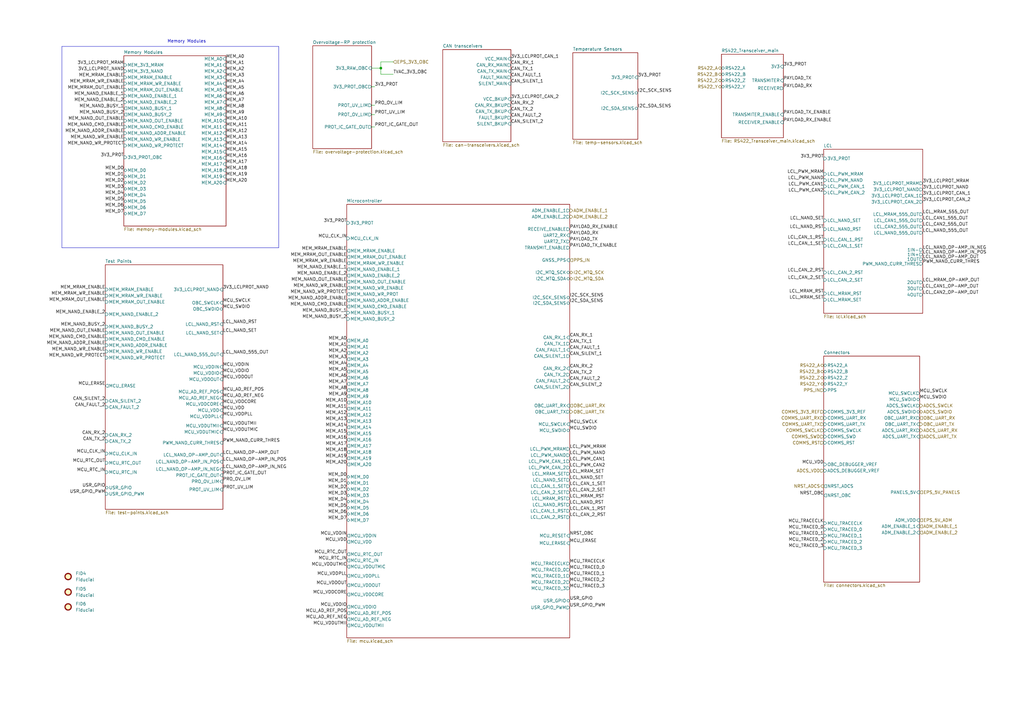
<source format=kicad_sch>
(kicad_sch
	(version 20231120)
	(generator "eeschema")
	(generator_version "8.0")
	(uuid "1cd66a6b-90c5-4519-a036-d369a54846b7")
	(paper "A3")
	(lib_symbols
		(symbol "Mechanical:Fiducial"
			(exclude_from_sim no)
			(in_bom yes)
			(on_board yes)
			(property "Reference" "FID"
				(at 0 5.08 0)
				(effects
					(font
						(size 1.27 1.27)
					)
				)
			)
			(property "Value" "Fiducial"
				(at 0 3.175 0)
				(effects
					(font
						(size 1.27 1.27)
					)
				)
			)
			(property "Footprint" ""
				(at 0 0 0)
				(effects
					(font
						(size 1.27 1.27)
					)
					(hide yes)
				)
			)
			(property "Datasheet" "~"
				(at 0 0 0)
				(effects
					(font
						(size 1.27 1.27)
					)
					(hide yes)
				)
			)
			(property "Description" "Fiducial Marker"
				(at 0 0 0)
				(effects
					(font
						(size 1.27 1.27)
					)
					(hide yes)
				)
			)
			(property "ki_keywords" "fiducial marker"
				(at 0 0 0)
				(effects
					(font
						(size 1.27 1.27)
					)
					(hide yes)
				)
			)
			(property "ki_fp_filters" "Fiducial*"
				(at 0 0 0)
				(effects
					(font
						(size 1.27 1.27)
					)
					(hide yes)
				)
			)
			(symbol "Fiducial_0_1"
				(circle
					(center 0 0)
					(radius 1.27)
					(stroke
						(width 0.508)
						(type default)
					)
					(fill
						(type background)
					)
				)
			)
		)
	)
	(junction
		(at 156.21 27.94)
		(diameter 0)
		(color 0 0 0 0)
		(uuid "dd01abb9-c71b-4ab9-aab2-436c5f022ea1")
	)
	(wire
		(pts
			(xy 156.21 27.94) (xy 156.21 30.48)
		)
		(stroke
			(width 0)
			(type default)
		)
		(uuid "0023b5d8-4c16-4ed8-b3b4-7ffe52e01ce6")
	)
	(polyline
		(pts
			(xy 114.3 101.6) (xy 25.4 101.6)
		)
		(stroke
			(width 0)
			(type default)
		)
		(uuid "096e553a-60cb-45be-8643-11c8ab22abef")
	)
	(wire
		(pts
			(xy 156.21 25.4) (xy 156.21 27.94)
		)
		(stroke
			(width 0)
			(type default)
		)
		(uuid "2b13a60c-ea77-4a5f-bdef-f6dac15c1546")
	)
	(wire
		(pts
			(xy 161.29 25.4) (xy 156.21 25.4)
		)
		(stroke
			(width 0)
			(type default)
		)
		(uuid "3388952f-14e9-4ef6-b15c-36314d33fccf")
	)
	(wire
		(pts
			(xy 152.4 35.56) (xy 153.67 35.56)
		)
		(stroke
			(width 0)
			(type default)
		)
		(uuid "34dd8727-9dd3-4c43-88c3-d187ec87d4f5")
	)
	(wire
		(pts
			(xy 152.4 27.94) (xy 156.21 27.94)
		)
		(stroke
			(width 0)
			(type default)
		)
		(uuid "3da763d5-de7a-4eca-a901-4896feef2db0")
	)
	(polyline
		(pts
			(xy 25.4 19.05) (xy 114.3 19.05)
		)
		(stroke
			(width 0)
			(type default)
		)
		(uuid "56397057-2acf-4563-be65-efdfea28e4ed")
	)
	(polyline
		(pts
			(xy 114.3 101.6) (xy 114.3 19.05)
		)
		(stroke
			(width 0)
			(type default)
		)
		(uuid "61385374-6484-4318-a13f-827818edceda")
	)
	(polyline
		(pts
			(xy 25.4 19.05) (xy 25.4 101.6)
		)
		(stroke
			(width 0)
			(type default)
		)
		(uuid "7e8520cb-fc18-4dd1-b1fb-21dddcc5ec00")
	)
	(wire
		(pts
			(xy 152.4 52.07) (xy 153.67 52.07)
		)
		(stroke
			(width 0)
			(type default)
		)
		(uuid "8833f3e1-ce86-4dd9-8814-05b9391f3575")
	)
	(wire
		(pts
			(xy 152.4 43.18) (xy 153.67 43.18)
		)
		(stroke
			(width 0)
			(type default)
		)
		(uuid "aac535be-e3d8-42df-8e77-770bff3139d0")
	)
	(wire
		(pts
			(xy 156.21 30.48) (xy 161.29 30.48)
		)
		(stroke
			(width 0)
			(type default)
		)
		(uuid "cc4ae1ab-4ae3-4779-8d64-dd2bf09bc2b1")
	)
	(wire
		(pts
			(xy 152.4 46.99) (xy 153.67 46.99)
		)
		(stroke
			(width 0)
			(type default)
		)
		(uuid "e1c543c6-6afb-4709-8b2f-d1e2011b29be")
	)
	(text "Memory Modules"
		(exclude_from_sim no)
		(at 68.58 17.78 0)
		(effects
			(font
				(size 1.27 1.27)
			)
			(justify left bottom)
		)
		(uuid "d3e32793-1356-4a2f-ade2-7e42b7f808d8")
	)
	(label "MEM_NAND_ENABLE_2"
		(at 142.24 113.03 180)
		(fields_autoplaced yes)
		(effects
			(font
				(size 1.27 1.27)
			)
			(justify right bottom)
		)
		(uuid "00644a29-1664-4001-9921-8e3f8abd5985")
	)
	(label "CAN_FAULT_2"
		(at 233.68 156.21 0)
		(fields_autoplaced yes)
		(effects
			(font
				(size 1.27 1.27)
			)
			(justify left bottom)
		)
		(uuid "006b1caa-d539-47f1-b535-ee69fff33bb3")
	)
	(label "MEM_A8"
		(at 92.71 44.45 0)
		(fields_autoplaced yes)
		(effects
			(font
				(size 1.27 1.27)
			)
			(justify left bottom)
		)
		(uuid "01524c45-c293-44b6-bcc6-509a5edcbe32")
	)
	(label "MEM_A12"
		(at 92.71 54.61 0)
		(fields_autoplaced yes)
		(effects
			(font
				(size 1.27 1.27)
			)
			(justify left bottom)
		)
		(uuid "016ea4bb-8ded-4b64-8c7b-04904b5f366c")
	)
	(label "MEM_NAND_CMD_ENABLE"
		(at 43.18 139.065 180)
		(fields_autoplaced yes)
		(effects
			(font
				(size 1.27 1.27)
			)
			(justify right bottom)
		)
		(uuid "03735d81-8742-4105-88f8-a10cfd33d225")
	)
	(label "MEM_NAND_BUSY_2"
		(at 43.18 133.985 180)
		(fields_autoplaced yes)
		(effects
			(font
				(size 1.27 1.27)
			)
			(justify right bottom)
		)
		(uuid "072de1f0-4440-4291-b4f5-fe2840216a44")
	)
	(label "MEM_D1"
		(at 50.8 72.39 180)
		(fields_autoplaced yes)
		(effects
			(font
				(size 1.27 1.27)
			)
			(justify right bottom)
		)
		(uuid "07986e15-1d36-4157-89fe-f8143e6599a7")
	)
	(label "MEM_A4"
		(at 142.24 149.86 180)
		(fields_autoplaced yes)
		(effects
			(font
				(size 1.27 1.27)
			)
			(justify right bottom)
		)
		(uuid "09cc46cb-14ad-488d-8486-971d2b5dde6f")
	)
	(label "MEM_NAND_ADDR_ENABLE"
		(at 43.18 141.605 180)
		(fields_autoplaced yes)
		(effects
			(font
				(size 1.27 1.27)
			)
			(justify right bottom)
		)
		(uuid "0be97f62-9651-41cc-b385-da5778121a37")
	)
	(label "MEM_A2"
		(at 142.24 144.78 180)
		(fields_autoplaced yes)
		(effects
			(font
				(size 1.27 1.27)
			)
			(justify right bottom)
		)
		(uuid "0ccb5ce6-03f4-4f4e-91de-8841bb93e99e")
	)
	(label "MCU_ERASE"
		(at 233.68 222.758 0)
		(fields_autoplaced yes)
		(effects
			(font
				(size 1.27 1.27)
			)
			(justify left bottom)
		)
		(uuid "0ce83a61-8d06-4ca4-9a49-013cdfbcc855")
	)
	(label "MEM_MRAM_WR_ENABLE"
		(at 142.24 107.95 180)
		(fields_autoplaced yes)
		(effects
			(font
				(size 1.27 1.27)
			)
			(justify right bottom)
		)
		(uuid "0f2eb888-f7b9-4bab-9937-aa340a3720ac")
	)
	(label "MEM_A9"
		(at 92.71 46.99 0)
		(fields_autoplaced yes)
		(effects
			(font
				(size 1.27 1.27)
			)
			(justify left bottom)
		)
		(uuid "0fb908e5-f29e-4ac6-b32e-6d18ac4e6644")
	)
	(label "MCU_SWCLK"
		(at 377.19 161.29 0)
		(fields_autoplaced yes)
		(effects
			(font
				(size 1.27 1.27)
			)
			(justify left bottom)
		)
		(uuid "0fde6ce7-4c99-46c6-af29-f9f51130cd45")
	)
	(label "MEM_A5"
		(at 142.24 152.4 180)
		(fields_autoplaced yes)
		(effects
			(font
				(size 1.27 1.27)
			)
			(justify right bottom)
		)
		(uuid "10eb0d2f-140e-4e14-9eed-72139a91c6c5")
	)
	(label "CAN_FAULT_2"
		(at 43.18 167.005 180)
		(fields_autoplaced yes)
		(effects
			(font
				(size 1.27 1.27)
			)
			(justify right bottom)
		)
		(uuid "13130074-f73f-4e96-a933-0592b5dfa5b7")
	)
	(label "MCU_SWDIO"
		(at 91.44 126.746 0)
		(fields_autoplaced yes)
		(effects
			(font
				(size 1.27 1.27)
			)
			(justify left bottom)
		)
		(uuid "13515c31-8810-42cd-8af0-4fd33e59bb72")
	)
	(label "MCU_VDDUTMIC"
		(at 91.44 177.165 0)
		(fields_autoplaced yes)
		(effects
			(font
				(size 1.27 1.27)
			)
			(justify left bottom)
		)
		(uuid "14c18ffb-e64c-40b9-8bbd-7718f0b46f3e")
	)
	(label "LCL_NAND_RST"
		(at 337.82 93.98 180)
		(fields_autoplaced yes)
		(effects
			(font
				(size 1.27 1.27)
			)
			(justify right bottom)
		)
		(uuid "14dd0d7b-ad4b-46ef-8719-3fbf13f9d2d9")
	)
	(label "MEM_A18"
		(at 142.24 185.42 180)
		(fields_autoplaced yes)
		(effects
			(font
				(size 1.27 1.27)
			)
			(justify right bottom)
		)
		(uuid "1527381f-d0c1-4a28-b4e5-6928b23b61b6")
	)
	(label "MCU_VDDUTMII"
		(at 142.24 256.54 180)
		(fields_autoplaced yes)
		(effects
			(font
				(size 1.27 1.27)
			)
			(justify right bottom)
		)
		(uuid "15884fbb-7973-4a97-8c82-4a718d06edfe")
	)
	(label "MEM_MRAM_ENABLE"
		(at 142.24 102.87 180)
		(fields_autoplaced yes)
		(effects
			(font
				(size 1.27 1.27)
			)
			(justify right bottom)
		)
		(uuid "1712ebcd-a8fe-4c3d-a7f9-049cf3fba623")
	)
	(label "LCL_PWM_CAN2"
		(at 233.68 191.77 0)
		(fields_autoplaced yes)
		(effects
			(font
				(size 1.27 1.27)
			)
			(justify left bottom)
		)
		(uuid "18a3b3ac-e440-4319-aa3b-90da18d42c33")
	)
	(label "LCL_NAND_RST"
		(at 233.68 207.01 0)
		(fields_autoplaced yes)
		(effects
			(font
				(size 1.27 1.27)
			)
			(justify left bottom)
		)
		(uuid "1a9b6587-1113-4b5a-bc6a-d1d94b47bc3a")
	)
	(label "MCU_SWDIO"
		(at 233.68 176.53 0)
		(fields_autoplaced yes)
		(effects
			(font
				(size 1.27 1.27)
			)
			(justify left bottom)
		)
		(uuid "1b2a0bc5-5b59-4653-9f96-73bee12527c4")
	)
	(label "PAYLOAD_TX"
		(at 321.31 33.02 0)
		(fields_autoplaced yes)
		(effects
			(font
				(size 1.27 1.27)
			)
			(justify left bottom)
		)
		(uuid "1b58fa30-6c9c-44ca-82d8-9fced3c2a29c")
	)
	(label "3V3_LCLPROT_CAN_1"
		(at 378.46 80.264 0)
		(fields_autoplaced yes)
		(effects
			(font
				(size 1.27 1.27)
			)
			(justify left bottom)
		)
		(uuid "1d8f920e-6142-45f0-9117-6016224a53c8")
	)
	(label "MEM_A13"
		(at 92.71 57.15 0)
		(fields_autoplaced yes)
		(effects
			(font
				(size 1.27 1.27)
			)
			(justify left bottom)
		)
		(uuid "1ebbe229-7ea0-483a-bd34-715e1c42536c")
	)
	(label "CAN_RX_2"
		(at 209.55 43.18 0)
		(fields_autoplaced yes)
		(effects
			(font
				(size 1.27 1.27)
			)
			(justify left bottom)
		)
		(uuid "1ec01a7e-5592-4f97-a481-00c1430ef4c8")
	)
	(label "LCL_NAND_RST"
		(at 91.44 132.969 0)
		(fields_autoplaced yes)
		(effects
			(font
				(size 1.27 1.27)
			)
			(justify left bottom)
		)
		(uuid "1f038fb7-f665-4442-b8a3-6dde5a10d1ad")
	)
	(label "LCL_NAND_OP-AMP_IN_POS"
		(at 91.44 189.357 0)
		(fields_autoplaced yes)
		(effects
			(font
				(size 1.27 1.27)
			)
			(justify left bottom)
		)
		(uuid "1f46177e-7ce8-4be2-9089-0cf78f0886d9")
	)
	(label "MCU_VDDIN"
		(at 142.24 219.71 180)
		(fields_autoplaced yes)
		(effects
			(font
				(size 1.27 1.27)
			)
			(justify right bottom)
		)
		(uuid "1f9ab894-c6c2-43e6-9c04-df4f6e4189c6")
	)
	(label "CAN_SILENT_2"
		(at 43.18 164.465 180)
		(fields_autoplaced yes)
		(effects
			(font
				(size 1.27 1.27)
			)
			(justify right bottom)
		)
		(uuid "1fac4ff1-7eb3-480f-93a9-20be67a98946")
	)
	(label "MEM_NAND_ADDR_ENABLE"
		(at 50.8 54.61 180)
		(fields_autoplaced yes)
		(effects
			(font
				(size 1.27 1.27)
			)
			(justify right bottom)
		)
		(uuid "20e39230-2e77-48ce-92c6-b9a9e7142b7e")
	)
	(label "LCL_CAN_2_RST"
		(at 337.82 111.76 180)
		(fields_autoplaced yes)
		(effects
			(font
				(size 1.27 1.27)
			)
			(justify right bottom)
		)
		(uuid "220d80f4-aa27-4a7d-be30-2a1b168ee53b")
	)
	(label "LCL_CAN_2_RST"
		(at 233.68 212.09 0)
		(fields_autoplaced yes)
		(effects
			(font
				(size 1.27 1.27)
			)
			(justify left bottom)
		)
		(uuid "220e94dc-0567-4ce9-b93c-00bb532d3530")
	)
	(label "MCU_CLK_IN"
		(at 142.24 97.79 180)
		(fields_autoplaced yes)
		(effects
			(font
				(size 1.27 1.27)
			)
			(justify right bottom)
		)
		(uuid "234230de-c7ec-40ff-a75a-5501b6641ff4")
	)
	(label "LCL_CAN2_OP-AMP_OUT"
		(at 378.46 120.904 0)
		(fields_autoplaced yes)
		(effects
			(font
				(size 1.27 1.27)
			)
			(justify left bottom)
		)
		(uuid "23a246c1-8a06-453d-8f5a-24ca1d06b31d")
	)
	(label "CAN_TX_2"
		(at 233.68 153.67 0)
		(fields_autoplaced yes)
		(effects
			(font
				(size 1.27 1.27)
			)
			(justify left bottom)
		)
		(uuid "23e97dca-14eb-4f57-abd6-a757fcb873ce")
	)
	(label "USR_GPIO_PWM"
		(at 43.18 202.565 180)
		(fields_autoplaced yes)
		(effects
			(font
				(size 1.27 1.27)
			)
			(justify right bottom)
		)
		(uuid "25fbbc89-3a59-4bc8-932b-485aef3aaa6f")
	)
	(label "MCU_VDDUTMII"
		(at 91.44 174.625 0)
		(fields_autoplaced yes)
		(effects
			(font
				(size 1.27 1.27)
			)
			(justify left bottom)
		)
		(uuid "28717098-7f1e-4464-a9d7-0950d96e5c26")
	)
	(label "PRO_OV_LIM"
		(at 91.44 197.485 0)
		(fields_autoplaced yes)
		(effects
			(font
				(size 1.27 1.27)
			)
			(justify left bottom)
		)
		(uuid "298e9ac0-e51e-41fe-965c-3cd21fa994e7")
	)
	(label "MEM_A19"
		(at 92.71 72.39 0)
		(fields_autoplaced yes)
		(effects
			(font
				(size 1.27 1.27)
			)
			(justify left bottom)
		)
		(uuid "2d0cbcc8-6374-4640-aa3e-70d5a47cfdc5")
	)
	(label "LCL_NAND_SET"
		(at 233.68 196.85 0)
		(fields_autoplaced yes)
		(effects
			(font
				(size 1.27 1.27)
			)
			(justify left bottom)
		)
		(uuid "2dd671b7-3bf4-4934-bf64-8f3e523cf99d")
	)
	(label "MEM_D7"
		(at 50.8 87.63 180)
		(fields_autoplaced yes)
		(effects
			(font
				(size 1.27 1.27)
			)
			(justify right bottom)
		)
		(uuid "2e8bc952-7770-4d53-9bf5-271b48017ba4")
	)
	(label "MEM_A1"
		(at 142.24 142.24 180)
		(fields_autoplaced yes)
		(effects
			(font
				(size 1.27 1.27)
			)
			(justify right bottom)
		)
		(uuid "3114e751-5f04-4c32-9d31-f695e2e07a4d")
	)
	(label "CAN_TX_1"
		(at 233.68 140.97 0)
		(fields_autoplaced yes)
		(effects
			(font
				(size 1.27 1.27)
			)
			(justify left bottom)
		)
		(uuid "33acfac3-04b2-4210-869f-5e05a77af2bb")
	)
	(label "MEM_NAND_BUSY_2"
		(at 142.24 130.81 180)
		(fields_autoplaced yes)
		(effects
			(font
				(size 1.27 1.27)
			)
			(justify right bottom)
		)
		(uuid "34523943-bba1-471b-b1a2-22380027d619")
	)
	(label "MEM_NAND_WR_ENABLE"
		(at 50.8 57.15 180)
		(fields_autoplaced yes)
		(effects
			(font
				(size 1.27 1.27)
			)
			(justify right bottom)
		)
		(uuid "3923ec62-dd93-4d33-825c-a0cad253bd71")
	)
	(label "MEM_NAND_ENABLE_1"
		(at 50.8 39.37 180)
		(fields_autoplaced yes)
		(effects
			(font
				(size 1.27 1.27)
			)
			(justify right bottom)
		)
		(uuid "394e1ed0-8c89-42f5-b29c-c7a94e417c6e")
	)
	(label "MEM_A6"
		(at 92.71 39.37 0)
		(fields_autoplaced yes)
		(effects
			(font
				(size 1.27 1.27)
			)
			(justify left bottom)
		)
		(uuid "3a980690-6022-41a5-a74a-02eded83fc26")
	)
	(label "LCL_CAN1_OP-AMP_OUT"
		(at 378.46 118.364 0)
		(fields_autoplaced yes)
		(effects
			(font
				(size 1.27 1.27)
			)
			(justify left bottom)
		)
		(uuid "3b7a84d0-db97-46bd-aab5-4604a24b81d4")
	)
	(label "LCL_PWM_MRAM"
		(at 337.82 71.374 180)
		(fields_autoplaced yes)
		(effects
			(font
				(size 1.27 1.27)
			)
			(justify right bottom)
		)
		(uuid "3bc6741d-dbe4-4a80-9ad5-b46834ffdf48")
	)
	(label "MCU_AD_REF_NEG"
		(at 91.44 163.195 0)
		(fields_autoplaced yes)
		(effects
			(font
				(size 1.27 1.27)
			)
			(justify left bottom)
		)
		(uuid "3d434d5e-32ab-4edf-ab26-63864cdc1208")
	)
	(label "LCL_NAND_555_OUT"
		(at 91.44 145.415 0)
		(fields_autoplaced yes)
		(effects
			(font
				(size 1.27 1.27)
			)
			(justify left bottom)
		)
		(uuid "3e1db7b8-e138-4daa-b087-9f15dc480f92")
	)
	(label "MEM_A19"
		(at 142.24 187.96 180)
		(fields_autoplaced yes)
		(effects
			(font
				(size 1.27 1.27)
			)
			(justify right bottom)
		)
		(uuid "3e3687ea-1b0a-471f-9581-a569072d7779")
	)
	(label "LCL_NAND_OP-AMP_OUT"
		(at 91.44 186.563 0)
		(fields_autoplaced yes)
		(effects
			(font
				(size 1.27 1.27)
			)
			(justify left bottom)
		)
		(uuid "3e3beaca-dfe7-43f4-ac34-fac7067606c9")
	)
	(label "MEM_A18"
		(at 92.71 69.85 0)
		(fields_autoplaced yes)
		(effects
			(font
				(size 1.27 1.27)
			)
			(justify left bottom)
		)
		(uuid "3e652b1c-822e-45ff-baba-9a8289dbd0a8")
	)
	(label "LCL_NAND_OP-AMP_IN_NEG"
		(at 91.44 192.405 0)
		(fields_autoplaced yes)
		(effects
			(font
				(size 1.27 1.27)
			)
			(justify left bottom)
		)
		(uuid "3ef86a23-ca65-4790-8b58-19ad9f106459")
	)
	(label "USR_GPIO_PWM"
		(at 233.68 249.174 0)
		(fields_autoplaced yes)
		(effects
			(font
				(size 1.27 1.27)
			)
			(justify left bottom)
		)
		(uuid "3ff6be4d-2a58-4ff2-b3c9-cd469cf5bdd8")
	)
	(label "MEM_A15"
		(at 142.24 177.8 180)
		(fields_autoplaced yes)
		(effects
			(font
				(size 1.27 1.27)
			)
			(justify right bottom)
		)
		(uuid "405804fd-e30c-4f81-a11f-48dc0582babc")
	)
	(label "MCU_AD_REF_POS"
		(at 91.44 160.655 0)
		(fields_autoplaced yes)
		(effects
			(font
				(size 1.27 1.27)
			)
			(justify left bottom)
		)
		(uuid "4065f9d3-e477-4fc4-a72f-39c7efcff8f8")
	)
	(label "MEM_D4"
		(at 50.8 80.01 180)
		(fields_autoplaced yes)
		(effects
			(font
				(size 1.27 1.27)
			)
			(justify right bottom)
		)
		(uuid "420d1779-3242-4a16-8cb8-4b23c1e4d498")
	)
	(label "MCU_SWDIO"
		(at 377.19 163.83 0)
		(fields_autoplaced yes)
		(effects
			(font
				(size 1.27 1.27)
			)
			(justify left bottom)
		)
		(uuid "425b5167-d32a-49a7-b4d8-f462765ef581")
	)
	(label "MEM_A1"
		(at 92.71 26.67 0)
		(fields_autoplaced yes)
		(effects
			(font
				(size 1.27 1.27)
			)
			(justify left bottom)
		)
		(uuid "4265e7e9-c644-4bf5-b974-ff55a16555d4")
	)
	(label "TVAC_3V3_OBC"
		(at 161.29 30.48 0)
		(fields_autoplaced yes)
		(effects
			(font
				(size 1.27 1.27)
			)
			(justify left bottom)
		)
		(uuid "43d9f506-df95-4768-a1ee-f461eb937b1c")
	)
	(label "MEM_D4"
		(at 142.24 205.74 180)
		(fields_autoplaced yes)
		(effects
			(font
				(size 1.27 1.27)
			)
			(justify right bottom)
		)
		(uuid "4408d2b6-6ac1-4450-9ba2-d4ce32d6070e")
	)
	(label "LCL_NAND_OP-AMP_OUT"
		(at 378.46 106.299 0)
		(fields_autoplaced yes)
		(effects
			(font
				(size 1.27 1.27)
			)
			(justify left bottom)
		)
		(uuid "44380d4c-0a4a-4054-89a2-29463ef0791c")
	)
	(label "MCU_TRACED_3"
		(at 233.68 241.3 0)
		(fields_autoplaced yes)
		(effects
			(font
				(size 1.27 1.27)
			)
			(justify left bottom)
		)
		(uuid "44568d49-77ed-46b4-b315-4c00b6450178")
	)
	(label "MEM_NAND_BUSY_1"
		(at 142.24 128.27 180)
		(fields_autoplaced yes)
		(effects
			(font
				(size 1.27 1.27)
			)
			(justify right bottom)
		)
		(uuid "4567efd3-7824-4104-949f-1c21069a91d3")
	)
	(label "MEM_NAND_WR_ENABLE"
		(at 43.18 144.145 180)
		(fields_autoplaced yes)
		(effects
			(font
				(size 1.27 1.27)
			)
			(justify right bottom)
		)
		(uuid "46e34f57-3ea4-4dbb-b32a-23cc0353e407")
	)
	(label "PWM_NAND_CURR_THRES"
		(at 378.46 108.204 0)
		(fields_autoplaced yes)
		(effects
			(font
				(size 1.27 1.27)
			)
			(justify left bottom)
		)
		(uuid "47914902-b0a3-4f97-9b34-e0ae1dd754df")
	)
	(label "MEM_D5"
		(at 142.24 208.28 180)
		(fields_autoplaced yes)
		(effects
			(font
				(size 1.27 1.27)
			)
			(justify right bottom)
		)
		(uuid "47b4e3ba-0c09-41ff-a05a-5e4a0acf3b2c")
	)
	(label "NRST_OBC"
		(at 233.68 219.71 0)
		(fields_autoplaced yes)
		(effects
			(font
				(size 1.27 1.27)
			)
			(justify left bottom)
		)
		(uuid "47dbf801-f611-4ecd-9181-b5e2f682a3ca")
	)
	(label "MEM_NAND_BUSY_1"
		(at 50.8 44.45 180)
		(fields_autoplaced yes)
		(effects
			(font
				(size 1.27 1.27)
			)
			(justify right bottom)
		)
		(uuid "4851ae3e-140d-45a9-985b-e84b194342e3")
	)
	(label "LCL_MRAM_OP-AMP_OUT"
		(at 378.46 115.824 0)
		(fields_autoplaced yes)
		(effects
			(font
				(size 1.27 1.27)
			)
			(justify left bottom)
		)
		(uuid "49a6e1b6-c23e-4055-b462-eb70a2e15df7")
	)
	(label "MEM_D6"
		(at 142.24 210.82 180)
		(fields_autoplaced yes)
		(effects
			(font
				(size 1.27 1.27)
			)
			(justify right bottom)
		)
		(uuid "4a8ecc96-a8a3-4188-8352-6cd87633ee31")
	)
	(label "LCL_MRAM_RST"
		(at 337.82 120.396 180)
		(fields_autoplaced yes)
		(effects
			(font
				(size 1.27 1.27)
			)
			(justify right bottom)
		)
		(uuid "4a9b4724-b45e-4f37-a19c-d26ef39891f5")
	)
	(label "MEM_NAND_ENABLE_1"
		(at 142.24 110.49 180)
		(fields_autoplaced yes)
		(effects
			(font
				(size 1.27 1.27)
			)
			(justify right bottom)
		)
		(uuid "4b06be21-9681-4967-b085-827b71e3cfdb")
	)
	(label "MEM_A6"
		(at 142.24 154.94 180)
		(fields_autoplaced yes)
		(effects
			(font
				(size 1.27 1.27)
			)
			(justify right bottom)
		)
		(uuid "4cc2f637-2daa-4ce3-a040-bf85f4d3fd0d")
	)
	(label "MCU_TRACED_1"
		(at 337.82 219.71 180)
		(fields_autoplaced yes)
		(effects
			(font
				(size 1.27 1.27)
			)
			(justify right bottom)
		)
		(uuid "4d607b54-0b82-4f94-8496-a4528dfee13b")
	)
	(label "MEM_A0"
		(at 142.24 139.7 180)
		(fields_autoplaced yes)
		(effects
			(font
				(size 1.27 1.27)
			)
			(justify right bottom)
		)
		(uuid "4e0748d4-8242-441f-92f1-50e8ab62dc52")
	)
	(label "CAN_SILENT_2"
		(at 233.68 158.75 0)
		(fields_autoplaced yes)
		(effects
			(font
				(size 1.27 1.27)
			)
			(justify left bottom)
		)
		(uuid "4e461d47-587c-43d0-9802-b052cb516310")
	)
	(label "PAYLOAD_TX_ENABLE"
		(at 321.31 46.99 0)
		(fields_autoplaced yes)
		(effects
			(font
				(size 1.27 1.27)
			)
			(justify left bottom)
		)
		(uuid "4fe536ed-1a5a-42c2-bebc-5a9f1e0da989")
	)
	(label "MCU_VDDIO"
		(at 142.24 248.92 180)
		(fields_autoplaced yes)
		(effects
			(font
				(size 1.27 1.27)
			)
			(justify right bottom)
		)
		(uuid "5040fed5-fd87-4459-9423-4cb37c919b92")
	)
	(label "CAN_RX_2"
		(at 43.18 178.435 180)
		(fields_autoplaced yes)
		(effects
			(font
				(size 1.27 1.27)
			)
			(justify right bottom)
		)
		(uuid "510921d6-4ff1-4233-80f4-c145618932b2")
	)
	(label "MCU_TRACECLK"
		(at 337.82 214.63 180)
		(fields_autoplaced yes)
		(effects
			(font
				(size 1.27 1.27)
			)
			(justify right bottom)
		)
		(uuid "53ec1557-98bc-48a5-8290-d15eece3f806")
	)
	(label "3V3_LCLPROT_MRAM"
		(at 378.46 75.184 0)
		(fields_autoplaced yes)
		(effects
			(font
				(size 1.27 1.27)
			)
			(justify left bottom)
		)
		(uuid "54df0293-96ff-48a4-842f-4452690d0e3f")
	)
	(label "MCU_ERASE"
		(at 43.18 158.242 180)
		(fields_autoplaced yes)
		(effects
			(font
				(size 1.27 1.27)
			)
			(justify right bottom)
		)
		(uuid "55eb12c1-1fe9-4819-aee4-5484a2086725")
	)
	(label "MEM_D1"
		(at 142.24 198.12 180)
		(fields_autoplaced yes)
		(effects
			(font
				(size 1.27 1.27)
			)
			(justify right bottom)
		)
		(uuid "5723708c-52d0-43ac-8368-d2f4bb47bab2")
	)
	(label "MEM_A14"
		(at 92.71 59.69 0)
		(fields_autoplaced yes)
		(effects
			(font
				(size 1.27 1.27)
			)
			(justify left bottom)
		)
		(uuid "5753e5b8-62c5-4315-8235-d22398624c0d")
	)
	(label "PAYLOAD_RX_ENABLE"
		(at 321.31 50.165 0)
		(fields_autoplaced yes)
		(effects
			(font
				(size 1.27 1.27)
			)
			(justify left bottom)
		)
		(uuid "5832103d-9a62-48ee-b1f7-2c4451044fe1")
	)
	(label "MEM_NAND_ADDR_ENABLE"
		(at 142.24 123.19 180)
		(fields_autoplaced yes)
		(effects
			(font
				(size 1.27 1.27)
			)
			(justify right bottom)
		)
		(uuid "589f30da-e2d8-44fb-a27e-c2e8f3802504")
	)
	(label "LCL_PWM_MRAM"
		(at 233.68 184.15 0)
		(fields_autoplaced yes)
		(effects
			(font
				(size 1.27 1.27)
			)
			(justify left bottom)
		)
		(uuid "590c03da-989c-4435-b0b6-3b8d24f154a0")
	)
	(label "3V3_PROT"
		(at 153.67 35.56 0)
		(fields_autoplaced yes)
		(effects
			(font
				(size 1.27 1.27)
			)
			(justify left bottom)
		)
		(uuid "59927a15-97e7-4185-9e4f-95c6fadcccac")
	)
	(label "MEM_A11"
		(at 92.71 52.07 0)
		(fields_autoplaced yes)
		(effects
			(font
				(size 1.27 1.27)
			)
			(justify left bottom)
		)
		(uuid "5d777218-399b-4152-8677-de1793606201")
	)
	(label "MCU_VDD"
		(at 337.82 190.5 180)
		(fields_autoplaced yes)
		(effects
			(font
				(size 1.27 1.27)
			)
			(justify right bottom)
		)
		(uuid "5e37c62e-c938-4a24-ac4b-786756f88a4f")
	)
	(label "MEM_D7"
		(at 142.24 213.36 180)
		(fields_autoplaced yes)
		(effects
			(font
				(size 1.27 1.27)
			)
			(justify right bottom)
		)
		(uuid "5ebaaad3-5463-4f82-93b4-4b6107e48790")
	)
	(label "CAN_TX_1"
		(at 209.55 29.21 0)
		(fields_autoplaced yes)
		(effects
			(font
				(size 1.27 1.27)
			)
			(justify left bottom)
		)
		(uuid "5ed150af-a22f-43b7-98ba-3c5265e854cc")
	)
	(label "MEM_NAND_OUT_ENABLE"
		(at 142.24 115.57 180)
		(fields_autoplaced yes)
		(effects
			(font
				(size 1.27 1.27)
			)
			(justify right bottom)
		)
		(uuid "5ee2be1e-a4cb-4ab4-a5e1-fb692b847e11")
	)
	(label "LCL_MRAM_555_OUT"
		(at 378.46 87.884 0)
		(fields_autoplaced yes)
		(effects
			(font
				(size 1.27 1.27)
			)
			(justify left bottom)
		)
		(uuid "61fa0bab-ed45-46c4-ae22-693b0eee8ff9")
	)
	(label "MEM_A17"
		(at 92.71 67.31 0)
		(fields_autoplaced yes)
		(effects
			(font
				(size 1.27 1.27)
			)
			(justify left bottom)
		)
		(uuid "6234d232-66b1-493b-8542-3962fe788480")
	)
	(label "LCL_MRAM_SET"
		(at 233.68 194.31 0)
		(fields_autoplaced yes)
		(effects
			(font
				(size 1.27 1.27)
			)
			(justify left bottom)
		)
		(uuid "62e564d0-7a4a-472e-9bde-7d248ba4ab03")
	)
	(label "MEM_D0"
		(at 50.8 69.85 180)
		(fields_autoplaced yes)
		(effects
			(font
				(size 1.27 1.27)
			)
			(justify right bottom)
		)
		(uuid "64037217-c9c2-440c-a77d-6394568642b7")
	)
	(label "MEM_NAND_OUT_ENABLE"
		(at 43.18 136.525 180)
		(fields_autoplaced yes)
		(effects
			(font
				(size 1.27 1.27)
			)
			(justify right bottom)
		)
		(uuid "6452ab2b-6c6b-4c72-bbae-daddc717751d")
	)
	(label "LCL_PWM_NAND"
		(at 233.68 186.69 0)
		(fields_autoplaced yes)
		(effects
			(font
				(size 1.27 1.27)
			)
			(justify left bottom)
		)
		(uuid "6616c0ea-a05a-42da-8c97-5be482ba9c2b")
	)
	(label "I2C_SCK_SENS"
		(at 261.62 38.1 0)
		(fields_autoplaced yes)
		(effects
			(font
				(size 1.27 1.27)
			)
			(justify left bottom)
		)
		(uuid "6649a2b7-1ae6-418d-8b9c-4ca3978f4d43")
	)
	(label "MEM_NAND_OUT_ENABLE"
		(at 50.8 49.53 180)
		(fields_autoplaced yes)
		(effects
			(font
				(size 1.27 1.27)
			)
			(justify right bottom)
		)
		(uuid "682b0a3d-8803-41ca-a51c-150b8ae564b7")
	)
	(label "MCU_CLK_IN"
		(at 43.18 186.055 180)
		(fields_autoplaced yes)
		(effects
			(font
				(size 1.27 1.27)
			)
			(justify right bottom)
		)
		(uuid "69fc247e-3ebc-4061-9d80-945bcccbcaf5")
	)
	(label "MCU_AD_REF_NEG"
		(at 142.24 254 180)
		(fields_autoplaced yes)
		(effects
			(font
				(size 1.27 1.27)
			)
			(justify right bottom)
		)
		(uuid "6a417427-450c-4aea-b502-855cb70be835")
	)
	(label "LCL_PWM_CAN1"
		(at 337.82 76.454 180)
		(fields_autoplaced yes)
		(effects
			(font
				(size 1.27 1.27)
			)
			(justify right bottom)
		)
		(uuid "6b5cf2b7-4134-4f34-96b8-3ef516d7156d")
	)
	(label "LCL_CAN_2_SET"
		(at 233.68 201.93 0)
		(fields_autoplaced yes)
		(effects
			(font
				(size 1.27 1.27)
			)
			(justify left bottom)
		)
		(uuid "6bc41c00-8fd6-4768-9062-da499eff25f6")
	)
	(label "MEM_NAND_ENABLE_2"
		(at 50.8 41.91 180)
		(fields_autoplaced yes)
		(effects
			(font
				(size 1.27 1.27)
			)
			(justify right bottom)
		)
		(uuid "6c2b04bb-8c18-4abc-8c59-3f7e77d7d97f")
	)
	(label "3V3_PROT"
		(at 321.31 27.305 0)
		(fields_autoplaced yes)
		(effects
			(font
				(size 1.27 1.27)
			)
			(justify left bottom)
		)
		(uuid "6c814220-26e1-4596-873a-1601d7c7218b")
	)
	(label "CAN_RX_2"
		(at 233.68 151.13 0)
		(fields_autoplaced yes)
		(effects
			(font
				(size 1.27 1.27)
			)
			(justify left bottom)
		)
		(uuid "6cc69dcc-7892-46ba-a935-fcda9b168a1b")
	)
	(label "LCL_CAN_1_RST"
		(at 233.68 209.55 0)
		(fields_autoplaced yes)
		(effects
			(font
				(size 1.27 1.27)
			)
			(justify left bottom)
		)
		(uuid "6ce92786-518d-44d1-b2e8-a28802aad5be")
	)
	(label "LCL_PWM_CAN1"
		(at 233.68 189.23 0)
		(fields_autoplaced yes)
		(effects
			(font
				(size 1.27 1.27)
			)
			(justify left bottom)
		)
		(uuid "6d88055d-5f04-4c9c-9091-cbf5c7dbf504")
	)
	(label "MEM_A4"
		(at 92.71 34.29 0)
		(fields_autoplaced yes)
		(effects
			(font
				(size 1.27 1.27)
			)
			(justify left bottom)
		)
		(uuid "6f083292-696a-49c0-873f-bb0f3b98e3df")
	)
	(label "MCU_SWCLK"
		(at 91.44 124.206 0)
		(fields_autoplaced yes)
		(effects
			(font
				(size 1.27 1.27)
			)
			(justify left bottom)
		)
		(uuid "7161f74b-e96b-4ff6-9f3a-ce24398b1697")
	)
	(label "LCL_NAND_555_OUT"
		(at 378.46 95.504 0)
		(fields_autoplaced yes)
		(effects
			(font
				(size 1.27 1.27)
			)
			(justify left bottom)
		)
		(uuid "73508370-2b9b-4143-8bd0-5dd2666416d5")
	)
	(label "3V3_PROT"
		(at 142.24 91.44 180)
		(fields_autoplaced yes)
		(effects
			(font
				(size 1.27 1.27)
			)
			(justify right bottom)
		)
		(uuid "75248bea-b4a2-4f30-a37a-2ab1a8ab58ec")
	)
	(label "MEM_A15"
		(at 92.71 62.23 0)
		(fields_autoplaced yes)
		(effects
			(font
				(size 1.27 1.27)
			)
			(justify left bottom)
		)
		(uuid "756c36b2-0917-4d3a-9754-808db14ac67e")
	)
	(label "MEM_A20"
		(at 92.71 74.93 0)
		(fields_autoplaced yes)
		(effects
			(font
				(size 1.27 1.27)
			)
			(justify left bottom)
		)
		(uuid "76834ce6-ac20-46a7-b69d-89c976fca3f6")
	)
	(label "3V3_PROT"
		(at 337.82 65.024 180)
		(fields_autoplaced yes)
		(effects
			(font
				(size 1.27 1.27)
			)
			(justify right bottom)
		)
		(uuid "77a0d2a7-fa2b-44db-a52f-171e0bc99953")
	)
	(label "MEM_D2"
		(at 142.24 200.66 180)
		(fields_autoplaced yes)
		(effects
			(font
				(size 1.27 1.27)
			)
			(justify right bottom)
		)
		(uuid "78db9067-75ac-4c14-851d-06a4a18aca55")
	)
	(label "PROT_UV_LIM"
		(at 91.44 200.787 0)
		(fields_autoplaced yes)
		(effects
			(font
				(size 1.27 1.27)
			)
			(justify left bottom)
		)
		(uuid "7907ebcc-89fb-4b73-a556-15a65ff13444")
	)
	(label "MCU_VDDPLL"
		(at 142.24 236.22 180)
		(fields_autoplaced yes)
		(effects
			(font
				(size 1.27 1.27)
			)
			(justify right bottom)
		)
		(uuid "7afc6ebc-b08b-4e5b-a2c9-59fb604e390e")
	)
	(label "MEM_NAND_WR_PROTECT"
		(at 50.8 59.69 180)
		(fields_autoplaced yes)
		(effects
			(font
				(size 1.27 1.27)
			)
			(justify right bottom)
		)
		(uuid "7be0a497-bba5-459b-b541-f314f2c2b20d")
	)
	(label "MEM_NAND_ENABLE_2"
		(at 43.18 128.905 180)
		(fields_autoplaced yes)
		(effects
			(font
				(size 1.27 1.27)
			)
			(justify right bottom)
		)
		(uuid "7ee36732-c594-4c78-be1d-23a15f1162d0")
	)
	(label "USR_GPIO"
		(at 233.68 246.38 0)
		(fields_autoplaced yes)
		(effects
			(font
				(size 1.27 1.27)
			)
			(justify left bottom)
		)
		(uuid "80901dcb-1ab7-40cd-b466-8e48fae9429a")
	)
	(label "MCU_VDDOUT"
		(at 91.44 155.575 0)
		(fields_autoplaced yes)
		(effects
			(font
				(size 1.27 1.27)
			)
			(justify left bottom)
		)
		(uuid "8373f8a9-d62a-45d0-96ed-a2e89dc003e8")
	)
	(label "LCL_PWM_NAND"
		(at 337.82 73.914 180)
		(fields_autoplaced yes)
		(effects
			(font
				(size 1.27 1.27)
			)
			(justify right bottom)
		)
		(uuid "8428f5d0-274e-40a2-8a1f-49a740f5e9dd")
	)
	(label "3V3_PROT"
		(at 50.8 64.516 180)
		(fields_autoplaced yes)
		(effects
			(font
				(size 1.27 1.27)
			)
			(justify right bottom)
		)
		(uuid "8620991b-53a1-42b2-ba32-90b561639528")
	)
	(label "MEM_A14"
		(at 142.24 175.26 180)
		(fields_autoplaced yes)
		(effects
			(font
				(size 1.27 1.27)
			)
			(justify right bottom)
		)
		(uuid "875baee4-373a-460d-908a-48a67ad9a210")
	)
	(label "MCU_SWCLK"
		(at 233.68 173.99 0)
		(fields_autoplaced yes)
		(effects
			(font
				(size 1.27 1.27)
			)
			(justify left bottom)
		)
		(uuid "88e9eb8c-3862-4017-8604-7e643a8a58e7")
	)
	(label "MCU_RTC_OUT"
		(at 43.18 189.865 180)
		(fields_autoplaced yes)
		(effects
			(font
				(size 1.27 1.27)
			)
			(justify right bottom)
		)
		(uuid "88f4e904-0b18-478e-8794-cf9e74878304")
	)
	(label "MEM_MRAM_ENABLE"
		(at 50.8 31.75 180)
		(fields_autoplaced yes)
		(effects
			(font
				(size 1.27 1.27)
			)
			(justify right bottom)
		)
		(uuid "89cd368b-37be-4b69-a67b-679c9513f4c9")
	)
	(label "PWM_NAND_CURR_THRES"
		(at 91.44 181.61 0)
		(fields_autoplaced yes)
		(effects
			(font
				(size 1.27 1.27)
			)
			(justify left bottom)
		)
		(uuid "8a27dd96-d897-438a-b96c-367939f653e1")
	)
	(label "MCU_VDDCORE"
		(at 91.44 165.735 0)
		(fields_autoplaced yes)
		(effects
			(font
				(size 1.27 1.27)
			)
			(justify left bottom)
		)
		(uuid "8aa08dcd-f7d7-4676-aae5-15fdcaff64f4")
	)
	(label "LCL_CAN1_555_OUT"
		(at 378.46 90.424 0)
		(fields_autoplaced yes)
		(effects
			(font
				(size 1.27 1.27)
			)
			(justify left bottom)
		)
		(uuid "8cebd8cc-b573-40c7-b921-6eaeedd5fe0f")
	)
	(label "LCL_NAND_OP-AMP_IN_NEG"
		(at 378.46 102.489 0)
		(fields_autoplaced yes)
		(effects
			(font
				(size 1.27 1.27)
			)
			(justify left bottom)
		)
		(uuid "8d606e91-7761-44e8-9676-77c194dd78a2")
	)
	(label "3V3_LCLPROT_CAN_1"
		(at 209.55 24.13 0)
		(fields_autoplaced yes)
		(effects
			(font
				(size 1.27 1.27)
			)
			(justify left bottom)
		)
		(uuid "8ec0aa23-924c-40ce-947f-77df5c26891a")
	)
	(label "MEM_A7"
		(at 142.24 157.48 180)
		(fields_autoplaced yes)
		(effects
			(font
				(size 1.27 1.27)
			)
			(justify right bottom)
		)
		(uuid "8f29b626-2918-4ee0-b0c6-e7cae8338be5")
	)
	(label "MEM_D2"
		(at 50.8 74.93 180)
		(fields_autoplaced yes)
		(effects
			(font
				(size 1.27 1.27)
			)
			(justify right bottom)
		)
		(uuid "8fb7d7ef-48c0-40aa-bd95-56ed45a9b2b7")
	)
	(label "3V3_LCLPROT_NAND"
		(at 91.44 118.745 0)
		(fields_autoplaced yes)
		(effects
			(font
				(size 1.27 1.27)
			)
			(justify left bottom)
		)
		(uuid "9161bd2b-2c8a-47e9-abc7-e910e9b122a4")
	)
	(label "MEM_A10"
		(at 92.71 49.53 0)
		(fields_autoplaced yes)
		(effects
			(font
				(size 1.27 1.27)
			)
			(justify left bottom)
		)
		(uuid "917b56fa-12d5-4fcc-bfd9-666ff21d58be")
	)
	(label "MEM_MRAM_OUT_ENABLE"
		(at 142.24 105.41 180)
		(fields_autoplaced yes)
		(effects
			(font
				(size 1.27 1.27)
			)
			(justify right bottom)
		)
		(uuid "92887822-7906-46a0-9bb6-738127a4cfad")
	)
	(label "CAN_SILENT_2"
		(at 209.55 50.8 0)
		(fields_autoplaced yes)
		(effects
			(font
				(size 1.27 1.27)
			)
			(justify left bottom)
		)
		(uuid "92bc9c32-7413-4378-95fa-990caa5d4cc2")
	)
	(label "MEM_NAND_BUSY_2"
		(at 50.8 46.99 180)
		(fields_autoplaced yes)
		(effects
			(font
				(size 1.27 1.27)
			)
			(justify right bottom)
		)
		(uuid "9350312a-39a8-496c-8f6f-1586e55c19eb")
	)
	(label "CAN_TX_2"
		(at 209.55 45.72 0)
		(fields_autoplaced yes)
		(effects
			(font
				(size 1.27 1.27)
			)
			(justify left bottom)
		)
		(uuid "93c53983-7320-4efc-aa7b-390b9e0c7bc6")
	)
	(label "MEM_MRAM_OUT_ENABLE"
		(at 50.8 36.83 180)
		(fields_autoplaced yes)
		(effects
			(font
				(size 1.27 1.27)
			)
			(justify right bottom)
		)
		(uuid "95248964-9d32-4963-a9e3-2c75ee2723e8")
	)
	(label "MEM_A16"
		(at 92.71 64.77 0)
		(fields_autoplaced yes)
		(effects
			(font
				(size 1.27 1.27)
			)
			(justify left bottom)
		)
		(uuid "95729dc8-49c3-4d12-a651-20237f6bc488")
	)
	(label "3V3_LCLPROT_CAN_2"
		(at 209.55 40.64 0)
		(fields_autoplaced yes)
		(effects
			(font
				(size 1.27 1.27)
			)
			(justify left bottom)
		)
		(uuid "961a8e35-ab20-49d7-8427-6ca9d5794707")
	)
	(label "MCU_VDDUTMIC"
		(at 142.24 232.41 180)
		(fields_autoplaced yes)
		(effects
			(font
				(size 1.27 1.27)
			)
			(justify right bottom)
		)
		(uuid "981778c9-847b-471a-b522-d7d99209440a")
	)
	(label "I2C_SDA_SENS"
		(at 261.62 44.45 0)
		(fields_autoplaced yes)
		(effects
			(font
				(size 1.27 1.27)
			)
			(justify left bottom)
		)
		(uuid "9875286a-8366-4fd6-9e83-6238292f62dc")
	)
	(label "MCU_VDD"
		(at 142.24 222.25 180)
		(fields_autoplaced yes)
		(effects
			(font
				(size 1.27 1.27)
			)
			(justify right bottom)
		)
		(uuid "99939477-b3df-4ab5-bec2-2362a8f0401a")
	)
	(label "MEM_A20"
		(at 142.24 190.5 180)
		(fields_autoplaced yes)
		(effects
			(font
				(size 1.27 1.27)
			)
			(justify right bottom)
		)
		(uuid "9b20457f-7135-4eeb-b565-0888e0e9cf4a")
	)
	(label "MEM_MRAM_OUT_ENABLE"
		(at 43.18 123.825 180)
		(fields_autoplaced yes)
		(effects
			(font
				(size 1.27 1.27)
			)
			(justify right bottom)
		)
		(uuid "9d02e25e-0f3e-4cb2-8466-eaf03931357f")
	)
	(label "LCL_CAN2_555_OUT"
		(at 378.46 92.964 0)
		(fields_autoplaced yes)
		(effects
			(font
				(size 1.27 1.27)
			)
			(justify left bottom)
		)
		(uuid "9e0a7eb1-319a-49ee-aaf9-c227d9dc7b1c")
	)
	(label "CAN_FAULT_1"
		(at 233.68 143.51 0)
		(fields_autoplaced yes)
		(effects
			(font
				(size 1.27 1.27)
			)
			(justify left bottom)
		)
		(uuid "9fda9567-a8eb-45fa-a90a-4a35669b3373")
	)
	(label "MEM_A5"
		(at 92.71 36.83 0)
		(fields_autoplaced yes)
		(effects
			(font
				(size 1.27 1.27)
			)
			(justify left bottom)
		)
		(uuid "a00c6053-ac84-42bb-b1b7-ede188688bcb")
	)
	(label "MEM_D3"
		(at 142.24 203.2 180)
		(fields_autoplaced yes)
		(effects
			(font
				(size 1.27 1.27)
			)
			(justify right bottom)
		)
		(uuid "a1283c2d-e8e0-468a-92da-51813e81c76b")
	)
	(label "MCU_RTC_IN"
		(at 43.18 193.675 180)
		(fields_autoplaced yes)
		(effects
			(font
				(size 1.27 1.27)
			)
			(justify right bottom)
		)
		(uuid "a33da008-8cb9-4c60-8674-b82c477955d6")
	)
	(label "3V3_LCLPROT_NAND"
		(at 378.46 77.724 0)
		(fields_autoplaced yes)
		(effects
			(font
				(size 1.27 1.27)
			)
			(justify left bottom)
		)
		(uuid "a38f2d0f-93ca-4267-91f2-52a775a04771")
	)
	(label "I2C_SCK_SENS"
		(at 233.68 122.047 0)
		(fields_autoplaced yes)
		(effects
			(font
				(size 1.27 1.27)
			)
			(justify left bottom)
		)
		(uuid "a44a5594-fb85-4562-8835-a8c4a81bf347")
	)
	(label "MEM_MRAM_ENABLE"
		(at 43.18 118.745 180)
		(fields_autoplaced yes)
		(effects
			(font
				(size 1.27 1.27)
			)
			(justify right bottom)
		)
		(uuid "a479cfb7-2397-45cc-9ed8-27e258893a3d")
	)
	(label "MCU_VDDOUT"
		(at 142.24 240.03 180)
		(fields_autoplaced yes)
		(effects
			(font
				(size 1.27 1.27)
			)
			(justify right bottom)
		)
		(uuid "a4ec5fd1-0e74-4494-8403-346b342a07cb")
	)
	(label "MEM_D3"
		(at 50.8 77.47 180)
		(fields_autoplaced yes)
		(effects
			(font
				(size 1.27 1.27)
			)
			(justify right bottom)
		)
		(uuid "a62b1ebc-f8ea-4cd6-bc55-bf9360078cd8")
	)
	(label "PAYLOAD_RX"
		(at 321.31 36.195 0)
		(fields_autoplaced yes)
		(effects
			(font
				(size 1.27 1.27)
			)
			(justify left bottom)
		)
		(uuid "a6fb996c-30ed-4864-9df2-9e0a352bc078")
	)
	(label "MEM_A12"
		(at 142.24 170.18 180)
		(fields_autoplaced yes)
		(effects
			(font
				(size 1.27 1.27)
			)
			(justify right bottom)
		)
		(uuid "a76b848a-e03f-4b8a-8676-a9c64bdf24eb")
	)
	(label "PAYLOAD_RX"
		(at 233.68 96.52 0)
		(fields_autoplaced yes)
		(effects
			(font
				(size 1.27 1.27)
			)
			(justify left bottom)
		)
		(uuid "a78afeeb-2025-41aa-9a27-af5c0de3441c")
	)
	(label "MEM_D5"
		(at 50.8 82.55 180)
		(fields_autoplaced yes)
		(effects
			(font
				(size 1.27 1.27)
			)
			(justify right bottom)
		)
		(uuid "a7d67f51-a52b-41a2-a334-8f4f99be91b2")
	)
	(label "MEM_D0"
		(at 142.24 195.58 180)
		(fields_autoplaced yes)
		(effects
			(font
				(size 1.27 1.27)
			)
			(justify right bottom)
		)
		(uuid "aaf8803d-07ea-4996-9969-d6a398156bea")
	)
	(label "3V3_LCLPROT_MRAM"
		(at 50.8 26.67 180)
		(fields_autoplaced yes)
		(effects
			(font
				(size 1.27 1.27)
			)
			(justify right bottom)
		)
		(uuid "aed84821-4609-4af3-b344-3ab6e6a92f82")
	)
	(label "LCL_MRAM_SET"
		(at 337.82 122.936 180)
		(fields_autoplaced yes)
		(effects
			(font
				(size 1.27 1.27)
			)
			(justify right bottom)
		)
		(uuid "b0c0bc86-69ba-4b49-bc9c-91fa272be734")
	)
	(label "3V3_PROT"
		(at 261.62 31.75 0)
		(fields_autoplaced yes)
		(effects
			(font
				(size 1.27 1.27)
			)
			(justify left bottom)
		)
		(uuid "b297e12e-2d0a-428a-aa58-765a7cc62165")
	)
	(label "MCU_TRACED_0"
		(at 337.82 217.17 180)
		(fields_autoplaced yes)
		(effects
			(font
				(size 1.27 1.27)
			)
			(justify right bottom)
		)
		(uuid "b29eef61-1281-476f-bdff-adf9e3bb9303")
	)
	(label "3V3_LCLPROT_NAND"
		(at 50.8 29.21 180)
		(fields_autoplaced yes)
		(effects
			(font
				(size 1.27 1.27)
			)
			(justify right bottom)
		)
		(uuid "b3f3792f-9705-4d67-8e00-c4bc00f50627")
	)
	(label "MEM_D6"
		(at 50.8 85.09 180)
		(fields_autoplaced yes)
		(effects
			(font
				(size 1.27 1.27)
			)
			(justify right bottom)
		)
		(uuid "b44cc7c6-427f-4f4e-83fc-1960d625d82a")
	)
	(label "CAN_RX_1"
		(at 209.55 26.67 0)
		(fields_autoplaced yes)
		(effects
			(font
				(size 1.27 1.27)
			)
			(justify left bottom)
		)
		(uuid "b53304ec-f39d-4326-a523-3c50c6a5919b")
	)
	(label "MCU_RTC_OUT"
		(at 142.24 227.33 180)
		(fields_autoplaced yes)
		(effects
			(font
				(size 1.27 1.27)
			)
			(justify right bottom)
		)
		(uuid "b5d5745d-6932-4792-97cb-fe30430ff644")
	)
	(label "MCU_VDDIN"
		(at 91.44 150.495 0)
		(fields_autoplaced yes)
		(effects
			(font
				(size 1.27 1.27)
			)
			(justify left bottom)
		)
		(uuid "b7be35cb-d0f5-48b8-a9af-36b5bae130ff")
	)
	(label "MCU_AD_REF_POS"
		(at 142.24 251.46 180)
		(fields_autoplaced yes)
		(effects
			(font
				(size 1.27 1.27)
			)
			(justify right bottom)
		)
		(uuid "b8097bc1-1491-4275-a213-a0462518bef6")
	)
	(label "PRO_OV_LIM"
		(at 153.67 43.18 0)
		(fields_autoplaced yes)
		(effects
			(font
				(size 1.27 1.27)
			)
			(justify left bottom)
		)
		(uuid "bc06d14b-7c44-43b5-8415-7a86e3eee3ba")
	)
	(label "PAYLOAD_TX"
		(at 233.68 99.06 0)
		(fields_autoplaced yes)
		(effects
			(font
				(size 1.27 1.27)
			)
			(justify left bottom)
		)
		(uuid "bcee8d2a-c7b8-47a3-893d-fe8a2a64c69e")
	)
	(label "CAN_RX_1"
		(at 233.68 138.43 0)
		(fields_autoplaced yes)
		(effects
			(font
				(size 1.27 1.27)
			)
			(justify left bottom)
		)
		(uuid "bd893b41-eea4-4424-93de-a2894960a897")
	)
	(label "MCU_RTC_IN"
		(at 142.24 229.87 180)
		(fields_autoplaced yes)
		(effects
			(font
				(size 1.27 1.27)
			)
			(justify right bottom)
		)
		(uuid "bdfb0ec9-2d9c-441f-8ed3-dafc1c18ee64")
	)
	(label "PAYLOAD_RX_ENABLE"
		(at 233.68 93.98 0)
		(fields_autoplaced yes)
		(effects
			(font
				(size 1.27 1.27)
			)
			(justify left bottom)
		)
		(uuid "be4141c1-0d84-4a10-a5cb-d6640322d28b")
	)
	(label "PROT_IC_GATE_OUT"
		(at 91.44 194.945 0)
		(fields_autoplaced yes)
		(effects
			(font
				(size 1.27 1.27)
			)
			(justify left bottom)
		)
		(uuid "bf20c9e2-83a1-41a9-bd44-95736e423623")
	)
	(label "MEM_A17"
		(at 142.24 182.88 180)
		(fields_autoplaced yes)
		(effects
			(font
				(size 1.27 1.27)
			)
			(justify right bottom)
		)
		(uuid "c5ab2406-2255-4240-8cd1-6e223c350624")
	)
	(label "LCL_CAN_2_SET"
		(at 337.82 114.808 180)
		(fields_autoplaced yes)
		(effects
			(font
				(size 1.27 1.27)
			)
			(justify right bottom)
		)
		(uuid "c60197fb-eee9-47ab-968a-b4b0dae6b6ec")
	)
	(label "LCL_CAN_1_SET"
		(at 337.82 100.838 180)
		(fields_autoplaced yes)
		(effects
			(font
				(size 1.27 1.27)
			)
			(justify right bottom)
		)
		(uuid "c666e418-520a-4226-a438-c9a9120dc105")
	)
	(label "3V3_LCLPROT_CAN_2"
		(at 378.46 82.804 0)
		(fields_autoplaced yes)
		(effects
			(font
				(size 1.27 1.27)
			)
			(justify left bottom)
		)
		(uuid "c7500c30-b380-4ab6-9bd8-b409c8c33e80")
	)
	(label "MCU_TRACED_0"
		(at 233.68 233.68 0)
		(fields_autoplaced yes)
		(effects
			(font
				(size 1.27 1.27)
			)
			(justify left bottom)
		)
		(uuid "c7a60960-1518-441d-838d-a8d3fe18755a")
	)
	(label "MEM_NAND_CMD_ENABLE"
		(at 142.24 125.73 180)
		(fields_autoplaced yes)
		(effects
			(font
				(size 1.27 1.27)
			)
			(justify right bottom)
		)
		(uuid "c8694ef7-33fc-4e8b-b88f-537ffa99adec")
	)
	(label "CAN_FAULT_1"
		(at 209.55 31.75 0)
		(fields_autoplaced yes)
		(effects
			(font
				(size 1.27 1.27)
			)
			(justify left bottom)
		)
		(uuid "c8748474-95d8-49c0-a945-12e8d0fb8a54")
	)
	(label "MEM_A10"
		(at 142.24 165.1 180)
		(fields_autoplaced yes)
		(effects
			(font
				(size 1.27 1.27)
			)
			(justify right bottom)
		)
		(uuid "c9cb03cb-3e43-40fb-bf60-f2f1c3f20646")
	)
	(label "MEM_NAND_WR_PROTECT"
		(at 43.18 146.685 180)
		(fields_autoplaced yes)
		(effects
			(font
				(size 1.27 1.27)
			)
			(justify right bottom)
		)
		(uuid "ca45dcf4-d86b-42fb-a6a0-58c80a2effe1")
	)
	(label "MCU_VDD"
		(at 91.44 168.275 0)
		(fields_autoplaced yes)
		(effects
			(font
				(size 1.27 1.27)
			)
			(justify left bottom)
		)
		(uuid "cc324308-afc6-443f-a167-d81d0df3dc57")
	)
	(label "MCU_TRACED_3"
		(at 337.82 224.79 180)
		(fields_autoplaced yes)
		(effects
			(font
				(size 1.27 1.27)
			)
			(justify right bottom)
		)
		(uuid "ccd50754-2b44-4284-8121-3ce0992024c0")
	)
	(label "MEM_A13"
		(at 142.24 172.72 180)
		(fields_autoplaced yes)
		(effects
			(font
				(size 1.27 1.27)
			)
			(justify right bottom)
		)
		(uuid "d0a01716-e2ae-4d56-8896-316acc455933")
	)
	(label "MCU_VDDCORE"
		(at 142.24 243.84 180)
		(fields_autoplaced yes)
		(effects
			(font
				(size 1.27 1.27)
			)
			(justify right bottom)
		)
		(uuid "d35ecf15-eacb-4d5d-aedc-8ec416582311")
	)
	(label "MCU_VDDPLL"
		(at 91.44 170.815 0)
		(fields_autoplaced yes)
		(effects
			(font
				(size 1.27 1.27)
			)
			(justify left bottom)
		)
		(uuid "d363c2b7-cde9-4d25-b144-8093b06b8158")
	)
	(label "MEM_NAND_WR_PROTECT"
		(at 142.24 120.65 180)
		(fields_autoplaced yes)
		(effects
			(font
				(size 1.27 1.27)
			)
			(justify right bottom)
		)
		(uuid "d483cd1c-5e21-4989-9120-f743d5d1fb0d")
	)
	(label "MEM_A3"
		(at 92.71 31.75 0)
		(fields_autoplaced yes)
		(effects
			(font
				(size 1.27 1.27)
			)
			(justify left bottom)
		)
		(uuid "d9965293-e6ca-4ce3-bedb-30fbe78ed033")
	)
	(label "LCL_CAN_1_RST"
		(at 337.82 98.298 180)
		(fields_autoplaced yes)
		(effects
			(font
				(size 1.27 1.27)
			)
			(justify right bottom)
		)
		(uuid "d9a56f7f-bdb7-475c-ad23-675b8a11b1e4")
	)
	(label "USR_GPIO"
		(at 43.18 200.025 180)
		(fields_autoplaced yes)
		(effects
			(font
				(size 1.27 1.27)
			)
			(justify right bottom)
		)
		(uuid "da023e8b-670a-45e5-9d26-b31a9304b551")
	)
	(label "LCL_NAND_SET"
		(at 91.44 136.525 0)
		(fields_autoplaced yes)
		(effects
			(font
				(size 1.27 1.27)
			)
			(justify left bottom)
		)
		(uuid "da59e3a9-0ffd-4010-92db-93b828c87f66")
	)
	(label "MEM_A11"
		(at 142.24 167.64 180)
		(fields_autoplaced yes)
		(effects
			(font
				(size 1.27 1.27)
			)
			(justify right bottom)
		)
		(uuid "db42e411-12d9-4f5b-88c3-703dc6028229")
	)
	(label "LCL_PWM_CAN2"
		(at 337.82 78.994 180)
		(fields_autoplaced yes)
		(effects
			(font
				(size 1.27 1.27)
			)
			(justify right bottom)
		)
		(uuid "dbe9218b-66a2-44a4-88a7-2fbcab27ff0a")
	)
	(label "LCL_CAN_1_SET"
		(at 233.68 199.39 0)
		(fields_autoplaced yes)
		(effects
			(font
				(size 1.27 1.27)
			)
			(justify left bottom)
		)
		(uuid "dd68fc58-d731-4218-96fe-678cabefd071")
	)
	(label "LCL_MRAM_RST"
		(at 233.68 204.47 0)
		(fields_autoplaced yes)
		(effects
			(font
				(size 1.27 1.27)
			)
			(justify left bottom)
		)
		(uuid "e1bb68b6-996e-48e6-a8a7-477562dfe391")
	)
	(label "MEM_A7"
		(at 92.71 41.91 0)
		(fields_autoplaced yes)
		(effects
			(font
				(size 1.27 1.27)
			)
			(justify left bottom)
		)
		(uuid "e2970299-564a-49c2-b7c2-b57950a4b865")
	)
	(label "MEM_A2"
		(at 92.71 29.21 0)
		(fields_autoplaced yes)
		(effects
			(font
				(size 1.27 1.27)
			)
			(justify left bottom)
		)
		(uuid "e43bf632-d8b9-4e77-abe1-81fdb20245db")
	)
	(label "MCU_TRACECLK"
		(at 233.68 231.14 0)
		(fields_autoplaced yes)
		(effects
			(font
				(size 1.27 1.27)
			)
			(justify left bottom)
		)
		(uuid "e838039f-2a37-4dc1-80f2-7b263b77ada2")
	)
	(label "I2C_SDA_SENS"
		(at 233.68 124.333 0)
		(fields_autoplaced yes)
		(effects
			(font
				(size 1.27 1.27)
			)
			(justify left bottom)
		)
		(uuid "e99fbdd5-86cd-4282-9a12-113a58d7b68e")
	)
	(label "MEM_A16"
		(at 142.24 180.34 180)
		(fields_autoplaced yes)
		(effects
			(font
				(size 1.27 1.27)
			)
			(justify right bottom)
		)
		(uuid "e9f1b838-4fcb-4581-a613-a1105775cea9")
	)
	(label "MEM_MRAM_WR_ENABLE"
		(at 50.8 34.29 180)
		(fields_autoplaced yes)
		(effects
			(font
				(size 1.27 1.27)
			)
			(justify right bottom)
		)
		(uuid "ea4fd4d4-41b4-430b-87a3-a7d40731cbee")
	)
	(label "MEM_NAND_CMD_ENABLE"
		(at 50.8 52.07 180)
		(fields_autoplaced yes)
		(effects
			(font
				(size 1.27 1.27)
			)
			(justify right bottom)
		)
		(uuid "eb360ae0-1b6c-47f1-a49f-1853e6f18269")
	)
	(label "MCU_TRACED_2"
		(at 337.82 222.25 180)
		(fields_autoplaced yes)
		(effects
			(font
				(size 1.27 1.27)
			)
			(justify right bottom)
		)
		(uuid "ecaceb6c-5c2c-4c63-be2f-6c933ba20d25")
	)
	(label "CAN_SILENT_1"
		(at 233.68 146.05 0)
		(fields_autoplaced yes)
		(effects
			(font
				(size 1.27 1.27)
			)
			(justify left bottom)
		)
		(uuid "eceac6bd-815a-4301-b4ff-413ff5082b4f")
	)
	(label "MEM_NAND_WR_ENABLE"
		(at 142.24 118.11 180)
		(fields_autoplaced yes)
		(effects
			(font
				(size 1.27 1.27)
			)
			(justify right bottom)
		)
		(uuid "ee99ac59-f871-4494-8d89-0324e6f19827")
	)
	(label "MEM_MRAM_WR_ENABLE"
		(at 43.18 121.285 180)
		(fields_autoplaced yes)
		(effects
			(font
				(size 1.27 1.27)
			)
			(justify right bottom)
		)
		(uuid "effef8f0-8bd0-4e83-9433-e556e8b1a2f5")
	)
	(label "LCL_NAND_OP-AMP_IN_POS"
		(at 378.46 104.394 0)
		(fields_autoplaced yes)
		(effects
			(font
				(size 1.27 1.27)
			)
			(justify left bottom)
		)
		(uuid "f115343a-44b5-4286-af35-757ca7893237")
	)
	(label "MEM_A9"
		(at 142.24 162.56 180)
		(fields_autoplaced yes)
		(effects
			(font
				(size 1.27 1.27)
			)
			(justify right bottom)
		)
		(uuid "f12ea189-b066-49d7-83bd-88ef4ef28df6")
	)
	(label "CAN_FAULT_2"
		(at 209.55 48.26 0)
		(fields_autoplaced yes)
		(effects
			(font
				(size 1.27 1.27)
			)
			(justify left bottom)
		)
		(uuid "f1aab19d-f082-4b5d-8c2b-3d287311d245")
	)
	(label "NRST_OBC"
		(at 337.82 203.2 180)
		(fields_autoplaced yes)
		(effects
			(font
				(size 1.27 1.27)
			)
			(justify right bottom)
		)
		(uuid "f35cb0b3-e246-4c74-9a64-e372d68788a7")
	)
	(label "MEM_A3"
		(at 142.24 147.32 180)
		(fields_autoplaced yes)
		(effects
			(font
				(size 1.27 1.27)
			)
			(justify right bottom)
		)
		(uuid "f58ceb0e-9649-4933-a4b2-82ab7b89f01e")
	)
	(label "MCU_TRACED_2"
		(at 233.68 238.76 0)
		(fields_autoplaced yes)
		(effects
			(font
				(size 1.27 1.27)
			)
			(justify left bottom)
		)
		(uuid "f6966a4e-eaaa-431b-beba-abad83cf0716")
	)
	(label "MEM_A8"
		(at 142.24 160.02 180)
		(fields_autoplaced yes)
		(effects
			(font
				(size 1.27 1.27)
			)
			(justify right bottom)
		)
		(uuid "f6f5ca0b-7da9-4cdf-a576-0beb7f95affd")
	)
	(label "MEM_A0"
		(at 92.71 24.13 0)
		(fields_autoplaced yes)
		(effects
			(font
				(size 1.27 1.27)
			)
			(justify left bottom)
		)
		(uuid "f742c442-984b-4381-b14b-88f4b7ab98d9")
	)
	(label "CAN_SILENT_1"
		(at 209.55 34.29 0)
		(fields_autoplaced yes)
		(effects
			(font
				(size 1.27 1.27)
			)
			(justify left bottom)
		)
		(uuid "f97f4a41-a2f9-492f-8ddb-c9ada43ba6c7")
	)
	(label "LCL_NAND_SET"
		(at 337.82 90.424 180)
		(fields_autoplaced yes)
		(effects
			(font
				(size 1.27 1.27)
			)
			(justify right bottom)
		)
		(uuid "fa8fd7dd-958b-44b1-87a6-17df0ed49c4d")
	)
	(label "MCU_VDDIO"
		(at 91.44 153.035 0)
		(fields_autoplaced yes)
		(effects
			(font
				(size 1.27 1.27)
			)
			(justify left bottom)
		)
		(uuid "fb252af2-5c02-4573-87c1-30b99f0edbe7")
	)
	(label "PAYLOAD_TX_ENABLE"
		(at 233.68 101.6 0)
		(fields_autoplaced yes)
		(effects
			(font
				(size 1.27 1.27)
			)
			(justify left bottom)
		)
		(uuid "fc52d562-1e0e-4b51-8d47-351e35be7310")
	)
	(label "MCU_TRACED_1"
		(at 233.68 236.22 0)
		(fields_autoplaced yes)
		(effects
			(font
				(size 1.27 1.27)
			)
			(justify left bottom)
		)
		(uuid "fce07006-9e82-43d8-95e0-f107b35fdff0")
	)
	(label "PROT_UV_LIM"
		(at 153.67 46.99 0)
		(fields_autoplaced yes)
		(effects
			(font
				(size 1.27 1.27)
			)
			(justify left bottom)
		)
		(uuid "fd087bb5-3845-4a4e-a358-dfdb81f5eef1")
	)
	(label "CAN_TX_2"
		(at 43.18 180.975 180)
		(fields_autoplaced yes)
		(effects
			(font
				(size 1.27 1.27)
			)
			(justify right bottom)
		)
		(uuid "fd6a53dd-6ff8-4b5f-827d-c29a32753b0d")
	)
	(label "PROT_IC_GATE_OUT"
		(at 153.67 52.07 0)
		(fields_autoplaced yes)
		(effects
			(font
				(size 1.27 1.27)
			)
			(justify left bottom)
		)
		(uuid "fe7fbc7a-c1f5-43d2-be2c-183c3b8e62aa")
	)
	(hierarchical_label "ADCS_UART_TX"
		(shape input)
		(at 377.19 179.07 0)
		(fields_autoplaced yes)
		(effects
			(font
				(size 1.27 1.27)
			)
			(justify left)
		)
		(uuid "0ee9a486-4aec-44a4-98ad-0eb625f1578a")
	)
	(hierarchical_label "COMMS_UART_TX"
		(shape input)
		(at 337.82 173.99 180)
		(fields_autoplaced yes)
		(effects
			(font
				(size 1.27 1.27)
			)
			(justify right)
		)
		(uuid "162b5e11-cfb8-4a8d-ae2f-b8d484124dd5")
	)
	(hierarchical_label "COMMS_3V3_REF"
		(shape input)
		(at 337.82 168.91 180)
		(fields_autoplaced yes)
		(effects
			(font
				(size 1.27 1.27)
			)
			(justify right)
		)
		(uuid "1af40c3d-9c78-40be-966a-d98da63175cd")
	)
	(hierarchical_label "COMMS_RST"
		(shape input)
		(at 337.82 181.61 180)
		(fields_autoplaced yes)
		(effects
			(font
				(size 1.27 1.27)
			)
			(justify right)
		)
		(uuid "1b33b9cc-006c-4ebb-b9bf-078c2578e59a")
	)
	(hierarchical_label "RS422_Z"
		(shape bidirectional)
		(at 337.82 154.94 180)
		(fields_autoplaced yes)
		(effects
			(font
				(size 1.27 1.27)
			)
			(justify right)
		)
		(uuid "333dc445-bf1c-4557-b7a1-5043097b5ac9")
	)
	(hierarchical_label "OBC_UART_TX"
		(shape output)
		(at 377.19 173.99 0)
		(fields_autoplaced yes)
		(effects
			(font
				(size 1.27 1.27)
			)
			(justify left)
		)
		(uuid "3a8a1f7a-a83f-48ca-b46e-75f366ce6887")
	)
	(hierarchical_label "ADCS_SWCLK"
		(shape output)
		(at 377.19 166.37 0)
		(fields_autoplaced yes)
		(effects
			(font
				(size 1.27 1.27)
			)
			(justify left)
		)
		(uuid "47f7d402-3ae3-4e9c-8a18-66397ad5119b")
	)
	(hierarchical_label "PPS_IN"
		(shape input)
		(at 233.68 106.68 0)
		(fields_autoplaced yes)
		(effects
			(font
				(size 1.27 1.27)
			)
			(justify left)
		)
		(uuid "5335cadc-4a62-494a-a047-fcd2bc052d06")
	)
	(hierarchical_label "RS422_B"
		(shape bidirectional)
		(at 295.91 30.48 180)
		(fields_autoplaced yes)
		(effects
			(font
				(size 1.27 1.27)
			)
			(justify right)
		)
		(uuid "5875c83b-a7f6-4d53-a850-1103af607e58")
	)
	(hierarchical_label "ADM_ENABLE_2"
		(shape input)
		(at 377.19 218.44 0)
		(fields_autoplaced yes)
		(effects
			(font
				(size 1.27 1.27)
			)
			(justify left)
		)
		(uuid "5a931a25-68be-4f58-af6f-471f80c25e11")
	)
	(hierarchical_label "RS422_Y"
		(shape bidirectional)
		(at 337.82 157.48 180)
		(fields_autoplaced yes)
		(effects
			(font
				(size 1.27 1.27)
			)
			(justify right)
		)
		(uuid "5f154dc8-27f6-4b8f-839b-5097a95b940d")
	)
	(hierarchical_label "ADCS_SWDIO"
		(shape bidirectional)
		(at 377.19 168.91 0)
		(fields_autoplaced yes)
		(effects
			(font
				(size 1.27 1.27)
			)
			(justify left)
		)
		(uuid "6691da8a-f84c-499b-863b-91a62d7f486c")
	)
	(hierarchical_label "ADCS_UART_RX"
		(shape output)
		(at 377.19 176.53 0)
		(fields_autoplaced yes)
		(effects
			(font
				(size 1.27 1.27)
			)
			(justify left)
		)
		(uuid "673c6d51-4636-4144-b160-e0d7a634540f")
	)
	(hierarchical_label "COMMS_UART_RX"
		(shape input)
		(at 337.82 171.45 180)
		(fields_autoplaced yes)
		(effects
			(font
				(size 1.27 1.27)
			)
			(justify right)
		)
		(uuid "6d5e5aec-d1f1-4ffc-83a7-70ad4d64df98")
	)
	(hierarchical_label "PPS_IN"
		(shape input)
		(at 337.82 160.02 180)
		(fields_autoplaced yes)
		(effects
			(font
				(size 1.27 1.27)
			)
			(justify right)
		)
		(uuid "7a7ab11b-2c52-4f44-9f59-4da2d7209e40")
	)
	(hierarchical_label "RS422_Z"
		(shape bidirectional)
		(at 295.91 33.02 180)
		(fields_autoplaced yes)
		(effects
			(font
				(size 1.27 1.27)
			)
			(justify right)
		)
		(uuid "7b31bca9-587f-4e4e-86ca-819603198f01")
	)
	(hierarchical_label "RS422_A"
		(shape bidirectional)
		(at 295.91 27.94 180)
		(fields_autoplaced yes)
		(effects
			(font
				(size 1.27 1.27)
			)
			(justify right)
		)
		(uuid "7d3b6e3b-ee7a-4803-b2f5-7940868bc051")
	)
	(hierarchical_label "ADCS_VDD"
		(shape input)
		(at 337.82 193.04 180)
		(fields_autoplaced yes)
		(effects
			(font
				(size 1.27 1.27)
			)
			(justify right)
		)
		(uuid "84f1790d-0dfd-427d-8c4d-b3aac43b7880")
	)
	(hierarchical_label "I2C_MTQ_SDA"
		(shape bidirectional)
		(at 233.68 114.3 0)
		(fields_autoplaced yes)
		(effects
			(font
				(size 1.27 1.27)
			)
			(justify left)
		)
		(uuid "948aa0c7-38f2-4c55-8ef0-abc335f8d3f4")
	)
	(hierarchical_label "OBC_UART_RX"
		(shape input)
		(at 233.68 166.37 0)
		(fields_autoplaced yes)
		(effects
			(font
				(size 1.27 1.27)
			)
			(justify left)
		)
		(uuid "96a4e293-af49-49a1-b64e-e63471ccbc54")
	)
	(hierarchical_label "ADM_ENABLE_1"
		(shape input)
		(at 377.19 215.9 0)
		(fields_autoplaced yes)
		(effects
			(font
				(size 1.27 1.27)
			)
			(justify left)
		)
		(uuid "9ced2b36-7ad6-41f1-b504-4a34c6ed94a7")
	)
	(hierarchical_label "OBC_UART_RX"
		(shape input)
		(at 377.19 171.45 0)
		(fields_autoplaced yes)
		(effects
			(font
				(size 1.27 1.27)
			)
			(justify left)
		)
		(uuid "9f5ec07a-149f-426d-bfc7-d3189f93bea0")
	)
	(hierarchical_label "RS422_A"
		(shape bidirectional)
		(at 337.82 149.86 180)
		(fields_autoplaced yes)
		(effects
			(font
				(size 1.27 1.27)
			)
			(justify right)
		)
		(uuid "b085fe31-f6eb-46bf-9f28-9f2f88030dcf")
	)
	(hierarchical_label "EPS_5V_PANELS"
		(shape input)
		(at 377.19 201.93 0)
		(fields_autoplaced yes)
		(effects
			(font
				(size 1.27 1.27)
			)
			(justify left)
		)
		(uuid "b0bcac15-2344-4df2-aea5-90929830843c")
	)
	(hierarchical_label "RS422_Y"
		(shape bidirectional)
		(at 295.91 35.56 180)
		(fields_autoplaced yes)
		(effects
			(font
				(size 1.27 1.27)
			)
			(justify right)
		)
		(uuid "b3e5fc27-2671-41a2-afd3-e5f995b0eede")
	)
	(hierarchical_label "EPS_5V_ADM"
		(shape input)
		(at 377.19 213.36 0)
		(fields_autoplaced yes)
		(effects
			(font
				(size 1.27 1.27)
			)
			(justify left)
		)
		(uuid "b8e5277d-028b-470d-9261-02c19f3bc7a6")
	)
	(hierarchical_label "OBC_UART_TX"
		(shape output)
		(at 233.68 168.91 0)
		(fields_autoplaced yes)
		(effects
			(font
				(size 1.27 1.27)
			)
			(justify left)
		)
		(uuid "c98f4fa5-334f-4118-aaa5-56c87e5688e8")
	)
	(hierarchical_label "EPS_3V3_OBC"
		(shape input)
		(at 161.29 25.4 0)
		(fields_autoplaced yes)
		(effects
			(font
				(size 1.27 1.27)
			)
			(justify left)
		)
		(uuid "ccba657e-b299-418a-8bed-b33ab4e75d8a")
	)
	(hierarchical_label "ADM_ENABLE_1"
		(shape output)
		(at 233.68 86.36 0)
		(fields_autoplaced yes)
		(effects
			(font
				(size 1.27 1.27)
			)
			(justify left)
		)
		(uuid "ce9a4186-828c-4a8c-9b14-6cf64b8315bd")
	)
	(hierarchical_label "NRST_ADCS"
		(shape output)
		(at 337.82 199.39 180)
		(fields_autoplaced yes)
		(effects
			(font
				(size 1.27 1.27)
			)
			(justify right)
		)
		(uuid "d5048b1b-eef5-476e-887f-c7e082210315")
	)
	(hierarchical_label "ADM_ENABLE_2"
		(shape output)
		(at 233.68 88.9 0)
		(fields_autoplaced yes)
		(effects
			(font
				(size 1.27 1.27)
			)
			(justify left)
		)
		(uuid "d52134ce-3796-4d1f-860d-057c68825427")
	)
	(hierarchical_label "RS422_B"
		(shape bidirectional)
		(at 337.82 152.4 180)
		(fields_autoplaced yes)
		(effects
			(font
				(size 1.27 1.27)
			)
			(justify right)
		)
		(uuid "e666046b-1c78-4c1c-842f-32e8fd1772d5")
	)
	(hierarchical_label "I2C_MTQ_SCK"
		(shape bidirectional)
		(at 233.68 111.76 0)
		(fields_autoplaced yes)
		(effects
			(font
				(size 1.27 1.27)
			)
			(justify left)
		)
		(uuid "e712c49a-a2b6-4c6b-b828-40c7243d4458")
	)
	(hierarchical_label "COMMS_SWCLK"
		(shape input)
		(at 337.82 176.53 180)
		(fields_autoplaced yes)
		(effects
			(font
				(size 1.27 1.27)
			)
			(justify right)
		)
		(uuid "f356e05f-3fe9-446b-a309-6e3aa8212ebd")
	)
	(hierarchical_label "COMMS_SWD"
		(shape input)
		(at 337.82 179.07 180)
		(fields_autoplaced yes)
		(effects
			(font
				(size 1.27 1.27)
			)
			(justify right)
		)
		(uuid "fe895566-2a7e-4e7a-8ae6-ed000e37b452")
	)
	(symbol
		(lib_id "Mechanical:Fiducial")
		(at 27.94 236.474 0)
		(unit 1)
		(exclude_from_sim no)
		(in_bom yes)
		(on_board yes)
		(dnp no)
		(fields_autoplaced yes)
		(uuid "71b947e5-8e6f-443c-a953-510b3fa2e2f9")
		(property "Reference" "FID4"
			(at 30.988 235.2039 0)
			(effects
				(font
					(size 1.27 1.27)
				)
				(justify left)
			)
		)
		(property "Value" "Fiducial"
			(at 30.988 237.7439 0)
			(effects
				(font
					(size 1.27 1.27)
				)
				(justify left)
			)
		)
		(property "Footprint" "Fiducial:Fiducial_0.5mm_Mask1mm"
			(at 27.94 236.474 0)
			(effects
				(font
					(size 1.27 1.27)
				)
				(hide yes)
			)
		)
		(property "Datasheet" "~"
			(at 27.94 236.474 0)
			(effects
				(font
					(size 1.27 1.27)
				)
				(hide yes)
			)
		)
		(property "Description" ""
			(at 27.94 236.474 0)
			(effects
				(font
					(size 1.27 1.27)
				)
				(hide yes)
			)
		)
		(instances
			(project "obc-adcs-board"
				(path "/5e6153e6-2c19-46de-9a8e-b310a2a07861/264ea1cd-7e3a-479f-996a-c3cc3e2732eb"
					(reference "FID4")
					(unit 1)
				)
			)
		)
	)
	(symbol
		(lib_id "Mechanical:Fiducial")
		(at 27.94 248.92 0)
		(unit 1)
		(exclude_from_sim no)
		(in_bom yes)
		(on_board yes)
		(dnp no)
		(fields_autoplaced yes)
		(uuid "7f6d4063-4f2c-4d68-99fa-73933ef4a9f9")
		(property "Reference" "FID6"
			(at 30.988 247.6499 0)
			(effects
				(font
					(size 1.27 1.27)
				)
				(justify left)
			)
		)
		(property "Value" "Fiducial"
			(at 30.988 250.1899 0)
			(effects
				(font
					(size 1.27 1.27)
				)
				(justify left)
			)
		)
		(property "Footprint" "Fiducial:Fiducial_0.5mm_Mask1mm"
			(at 27.94 248.92 0)
			(effects
				(font
					(size 1.27 1.27)
				)
				(hide yes)
			)
		)
		(property "Datasheet" "~"
			(at 27.94 248.92 0)
			(effects
				(font
					(size 1.27 1.27)
				)
				(hide yes)
			)
		)
		(property "Description" ""
			(at 27.94 248.92 0)
			(effects
				(font
					(size 1.27 1.27)
				)
				(hide yes)
			)
		)
		(instances
			(project "obc-adcs-board"
				(path "/5e6153e6-2c19-46de-9a8e-b310a2a07861/264ea1cd-7e3a-479f-996a-c3cc3e2732eb"
					(reference "FID6")
					(unit 1)
				)
			)
		)
	)
	(symbol
		(lib_id "Mechanical:Fiducial")
		(at 27.94 242.824 0)
		(unit 1)
		(exclude_from_sim no)
		(in_bom yes)
		(on_board yes)
		(dnp no)
		(fields_autoplaced yes)
		(uuid "e1efe064-016d-4fb5-ad44-d7a3f718ad03")
		(property "Reference" "FID5"
			(at 30.988 241.5539 0)
			(effects
				(font
					(size 1.27 1.27)
				)
				(justify left)
			)
		)
		(property "Value" "Fiducial"
			(at 30.988 244.0939 0)
			(effects
				(font
					(size 1.27 1.27)
				)
				(justify left)
			)
		)
		(property "Footprint" "Fiducial:Fiducial_0.5mm_Mask1mm"
			(at 27.94 242.824 0)
			(effects
				(font
					(size 1.27 1.27)
				)
				(hide yes)
			)
		)
		(property "Datasheet" "~"
			(at 27.94 242.824 0)
			(effects
				(font
					(size 1.27 1.27)
				)
				(hide yes)
			)
		)
		(property "Description" ""
			(at 27.94 242.824 0)
			(effects
				(font
					(size 1.27 1.27)
				)
				(hide yes)
			)
		)
		(instances
			(project "obc-adcs-board"
				(path "/5e6153e6-2c19-46de-9a8e-b310a2a07861/264ea1cd-7e3a-479f-996a-c3cc3e2732eb"
					(reference "FID5")
					(unit 1)
				)
			)
		)
	)
	(sheet
		(at 295.91 22.225)
		(size 25.4 34.29)
		(fields_autoplaced yes)
		(stroke
			(width 0.1524)
			(type solid)
		)
		(fill
			(color 0 0 0 0.0000)
		)
		(uuid "17bc16fd-8793-4639-9f11-c116d98e048e")
		(property "Sheetname" "RS422_Transceiver_main"
			(at 295.91 21.5134 0)
			(effects
				(font
					(size 1.27 1.27)
				)
				(justify left bottom)
			)
		)
		(property "Sheetfile" "RS422_Transceiver_main.kicad_sch"
			(at 295.91 57.0996 0)
			(effects
				(font
					(size 1.27 1.27)
				)
				(justify left top)
			)
		)
		(pin "3V3" input
			(at 321.31 27.305 0)
			(effects
				(font
					(size 1.27 1.27)
				)
				(justify right)
			)
			(uuid "cd61af9f-cca1-4ab0-9c7a-c1b233038ff2")
		)
		(pin "RS422_B" bidirectional
			(at 295.91 30.48 180)
			(effects
				(font
					(size 1.27 1.27)
				)
				(justify left)
			)
			(uuid "683cb49d-51f2-40a2-b455-059413d474c4")
		)
		(pin "RS422_A" bidirectional
			(at 295.91 27.94 180)
			(effects
				(font
					(size 1.27 1.27)
				)
				(justify left)
			)
			(uuid "468e0718-f451-43ff-a0d1-9c2f723d633c")
		)
		(pin "TRANSMITER" input
			(at 321.31 33.02 0)
			(effects
				(font
					(size 1.27 1.27)
				)
				(justify right)
			)
			(uuid "4e0373f2-1b4c-4696-84dd-db302dd1b18e")
		)
		(pin "RECEIVER" output
			(at 321.31 36.195 0)
			(effects
				(font
					(size 1.27 1.27)
				)
				(justify right)
			)
			(uuid "55b1b5a8-0528-4b4d-b82e-86fb3fae34ec")
		)
		(pin "TRANSMITER_ENABLE" input
			(at 321.31 46.99 0)
			(effects
				(font
					(size 1.27 1.27)
				)
				(justify right)
			)
			(uuid "81d06b55-3d71-40b9-b684-1909038aab9d")
		)
		(pin "RECEIVER_ENABLE" input
			(at 321.31 50.165 0)
			(effects
				(font
					(size 1.27 1.27)
				)
				(justify right)
			)
			(uuid "09d9f159-8324-433a-9a45-0c4d8178012c")
		)
		(pin "RS422_Z" bidirectional
			(at 295.91 33.02 180)
			(effects
				(font
					(size 1.27 1.27)
				)
				(justify left)
			)
			(uuid "57cef071-05cf-4aec-adce-c57c01b07fe5")
		)
		(pin "RS422_Y" bidirectional
			(at 295.91 35.56 180)
			(effects
				(font
					(size 1.27 1.27)
				)
				(justify left)
			)
			(uuid "e3e4d9c9-2afa-4ea9-9966-7fec915547a8")
		)
		(instances
			(project "obc-adcs-board"
				(path "/5e6153e6-2c19-46de-9a8e-b310a2a07861/264ea1cd-7e3a-479f-996a-c3cc3e2732eb"
					(page "18")
				)
			)
		)
	)
	(sheet
		(at 181.61 20.32)
		(size 27.94 37.846)
		(fields_autoplaced yes)
		(stroke
			(width 0.1524)
			(type solid)
		)
		(fill
			(color 0 0 0 0.0000)
		)
		(uuid "309de9a7-bbb8-48c0-be72-34f8fc205890")
		(property "Sheetname" "CAN transceivers"
			(at 181.61 19.6084 0)
			(effects
				(font
					(size 1.27 1.27)
				)
				(justify left bottom)
			)
		)
		(property "Sheetfile" "can-transceivers.kicad_sch"
			(at 181.61 58.7506 0)
			(effects
				(font
					(size 1.27 1.27)
				)
				(justify left top)
			)
		)
		(pin "CAN_TX_MAIN" input
			(at 209.55 29.21 0)
			(effects
				(font
					(size 1.27 1.27)
				)
				(justify right)
			)
			(uuid "ff57345e-065f-4748-9c2c-d06145357d31")
		)
		(pin "VCC_MAIN" input
			(at 209.55 24.13 0)
			(effects
				(font
					(size 1.27 1.27)
				)
				(justify right)
			)
			(uuid "34ebf2a5-2464-492f-87fa-af407a7cb230")
		)
		(pin "CAN_RX_MAIN" output
			(at 209.55 26.67 0)
			(effects
				(font
					(size 1.27 1.27)
				)
				(justify right)
			)
			(uuid "7e7d5620-0dbd-44a2-857f-3cbdb9fb2b7a")
		)
		(pin "CAN_RX_BKUP" output
			(at 209.55 43.18 0)
			(effects
				(font
					(size 1.27 1.27)
				)
				(justify right)
			)
			(uuid "0a153d82-d096-4dfd-a397-480b27440c06")
		)
		(pin "VCC_BKUP" input
			(at 209.55 40.64 0)
			(effects
				(font
					(size 1.27 1.27)
				)
				(justify right)
			)
			(uuid "d4e79cfd-2b38-44b0-b8e5-9b7357204fe0")
		)
		(pin "CAN_TX_BKUP" input
			(at 209.55 45.72 0)
			(effects
				(font
					(size 1.27 1.27)
				)
				(justify right)
			)
			(uuid "71a2781e-b23e-43d8-9a3d-298caba6d531")
		)
		(pin "SILENT_BKUP" input
			(at 209.55 50.8 0)
			(effects
				(font
					(size 1.27 1.27)
				)
				(justify right)
			)
			(uuid "da70548f-8994-4d0d-b8fe-3be847bc95f2")
		)
		(pin "SILENT_MAIN" input
			(at 209.55 34.29 0)
			(effects
				(font
					(size 1.27 1.27)
				)
				(justify right)
			)
			(uuid "504f6a86-4112-4686-9037-c8fee9d122b6")
		)
		(pin "FAULT_MAIN" output
			(at 209.55 31.75 0)
			(effects
				(font
					(size 1.27 1.27)
				)
				(justify right)
			)
			(uuid "8226b2cb-9cb6-4f51-9ad7-57df8148114b")
		)
		(pin "FAULT_BKUP" output
			(at 209.55 48.26 0)
			(effects
				(font
					(size 1.27 1.27)
				)
				(justify right)
			)
			(uuid "8ff4eb68-f491-4588-9fe4-e0d4459c657f")
		)
		(instances
			(project "obc-adcs-board"
				(path "/5e6153e6-2c19-46de-9a8e-b310a2a07861/264ea1cd-7e3a-479f-996a-c3cc3e2732eb"
					(page "15")
				)
			)
		)
	)
	(sheet
		(at 234.95 21.59)
		(size 26.67 35.56)
		(fields_autoplaced yes)
		(stroke
			(width 0.1524)
			(type solid)
		)
		(fill
			(color 0 0 0 0.0000)
		)
		(uuid "763ee5ca-cbd2-4411-9298-01d9c72534ca")
		(property "Sheetname" "Temperature Sensors"
			(at 234.95 20.8784 0)
			(effects
				(font
					(size 1.27 1.27)
				)
				(justify left bottom)
			)
		)
		(property "Sheetfile" "temp-sensors.kicad_sch"
			(at 234.95 57.7346 0)
			(effects
				(font
					(size 1.27 1.27)
				)
				(justify left top)
			)
		)
		(pin "3V3_PROT" input
			(at 261.62 31.75 0)
			(effects
				(font
					(size 1.27 1.27)
				)
				(justify right)
			)
			(uuid "8f37e25c-2025-463e-9c70-fd9b567f2a0f")
		)
		(pin "I2C_SCK_SENS" bidirectional
			(at 261.62 38.1 0)
			(effects
				(font
					(size 1.27 1.27)
				)
				(justify right)
			)
			(uuid "ac3aed63-280d-4cc3-8106-ed8732c6723b")
		)
		(pin "I2C_SDA_SENS" bidirectional
			(at 261.62 44.45 0)
			(effects
				(font
					(size 1.27 1.27)
				)
				(justify right)
			)
			(uuid "f36ed911-2b57-4a49-8c32-7e9436330adb")
		)
		(instances
			(project "obc-adcs-board"
				(path "/5e6153e6-2c19-46de-9a8e-b310a2a07861/264ea1cd-7e3a-479f-996a-c3cc3e2732eb"
					(page "16")
				)
			)
		)
	)
	(sheet
		(at 128.27 18.796)
		(size 24.13 42.164)
		(fields_autoplaced yes)
		(stroke
			(width 0.1524)
			(type solid)
		)
		(fill
			(color 0 0 0 0.0000)
		)
		(uuid "91e18cb9-58d8-46b9-8757-75285bd297f6")
		(property "Sheetname" "Overvoltage-RP protection"
			(at 128.27 18.0844 0)
			(effects
				(font
					(size 1.27 1.27)
				)
				(justify left bottom)
			)
		)
		(property "Sheetfile" "overvoltage-protection.kicad_sch"
			(at 128.27 61.5446 0)
			(effects
				(font
					(size 1.27 1.27)
				)
				(justify left top)
			)
		)
		(pin "3V3_RAW_OBC" input
			(at 152.4 27.94 0)
			(effects
				(font
					(size 1.27 1.27)
				)
				(justify right)
			)
			(uuid "a5d4a039-b55e-4a16-89dc-44023fa3a671")
		)
		(pin "3V3_PROT_OBC" output
			(at 152.4 35.56 0)
			(effects
				(font
					(size 1.27 1.27)
				)
				(justify right)
			)
			(uuid "ea7c4ede-009b-4953-8360-64e9d1dccf92")
		)
		(pin "PROT_UV_LIM" output
			(at 152.4 43.18 0)
			(effects
				(font
					(size 1.27 1.27)
				)
				(justify right)
			)
			(uuid "8eae4a6f-46bd-46e6-bc68-1fea13fba532")
		)
		(pin "PROT_OV_LIM" output
			(at 152.4 46.99 0)
			(effects
				(font
					(size 1.27 1.27)
				)
				(justify right)
			)
			(uuid "05e14453-fffd-4177-a6b0-78758a62fa91")
		)
		(pin "PROT_IC_GATE_OUT" output
			(at 152.4 52.07 0)
			(effects
				(font
					(size 1.27 1.27)
				)
				(justify right)
			)
			(uuid "5f8eefb1-687b-4f34-b135-8e2235b023a9")
		)
		(instances
			(project "obc-adcs-board"
				(path "/5e6153e6-2c19-46de-9a8e-b310a2a07861/264ea1cd-7e3a-479f-996a-c3cc3e2732eb"
					(page "16")
				)
			)
		)
	)
	(sheet
		(at 337.82 146.05)
		(size 39.37 92.71)
		(fields_autoplaced yes)
		(stroke
			(width 0.1524)
			(type solid)
		)
		(fill
			(color 0 0 0 0.0000)
		)
		(uuid "9c18c228-21e1-4b16-9298-abfe20c28989")
		(property "Sheetname" "Connectors"
			(at 337.82 145.3384 0)
			(effects
				(font
					(size 1.27 1.27)
				)
				(justify left bottom)
			)
		)
		(property "Sheetfile" "connectors.kicad_sch"
			(at 337.82 239.3446 0)
			(effects
				(font
					(size 1.27 1.27)
				)
				(justify left top)
			)
		)
		(pin "ADCS_SWCLK" output
			(at 377.19 166.37 0)
			(effects
				(font
					(size 1.27 1.27)
				)
				(justify right)
			)
			(uuid "7216a01e-0fef-4745-afb0-321525464dc9")
		)
		(pin "MCU_SWCLK" output
			(at 377.19 161.29 0)
			(effects
				(font
					(size 1.27 1.27)
				)
				(justify right)
			)
			(uuid "475da9e5-2255-4df6-a9b5-ff3aec0c657a")
		)
		(pin "MCU_SWDIO" bidirectional
			(at 377.19 163.83 0)
			(effects
				(font
					(size 1.27 1.27)
				)
				(justify right)
			)
			(uuid "6b367e0c-82aa-4236-9528-84edff3dee33")
		)
		(pin "ADCS_SWDIO" bidirectional
			(at 377.19 168.91 0)
			(effects
				(font
					(size 1.27 1.27)
				)
				(justify right)
			)
			(uuid "f6b8c317-d4ac-44df-8822-bee17a9f2eea")
		)
		(pin "ADM_ENABLE_1" input
			(at 377.19 215.9 0)
			(effects
				(font
					(size 1.27 1.27)
				)
				(justify right)
			)
			(uuid "9aa15780-b323-4e0e-9849-e42c8d38e5b4")
		)
		(pin "ADM_ENABLE_2" input
			(at 377.19 218.44 0)
			(effects
				(font
					(size 1.27 1.27)
				)
				(justify right)
			)
			(uuid "a6c60b37-d460-41a1-9896-8bf0b2b55e66")
		)
		(pin "PANELS_5V" input
			(at 377.19 201.93 0)
			(effects
				(font
					(size 1.27 1.27)
				)
				(justify right)
			)
			(uuid "91913291-a96e-4622-a245-c59c89bb7f90")
		)
		(pin "ADCS_UART_TX" input
			(at 377.19 179.07 0)
			(effects
				(font
					(size 1.27 1.27)
				)
				(justify right)
			)
			(uuid "186a3af7-c54e-46c0-af80-df21dcf96588")
		)
		(pin "ADCS_UART_RX" output
			(at 377.19 176.53 0)
			(effects
				(font
					(size 1.27 1.27)
				)
				(justify right)
			)
			(uuid "ff3c9eea-c164-4d39-9af6-7735b8ce55b7")
		)
		(pin "OBC_UART_TX" input
			(at 377.19 173.99 0)
			(effects
				(font
					(size 1.27 1.27)
				)
				(justify right)
			)
			(uuid "cf60c682-689d-41d6-aed9-3e1ee73d80d3")
		)
		(pin "OBC_UART_RX" output
			(at 377.19 171.45 0)
			(effects
				(font
					(size 1.27 1.27)
				)
				(justify right)
			)
			(uuid "5e9f2ba6-4119-4592-b7b0-82bfdf43dca9")
		)
		(pin "ADM_VDD" input
			(at 377.19 213.36 0)
			(effects
				(font
					(size 1.27 1.27)
				)
				(justify right)
			)
			(uuid "eee1289b-3caf-4cbf-90e1-9398d12177c8")
		)
		(pin "OBC_DEBUGGER_VREF" input
			(at 337.82 190.5 180)
			(effects
				(font
					(size 1.27 1.27)
				)
				(justify left)
			)
			(uuid "61cb550e-47f2-4f3b-8b53-4facb5918529")
		)
		(pin "ADCS_DEBUGGER_VREF" input
			(at 337.82 193.04 180)
			(effects
				(font
					(size 1.27 1.27)
				)
				(justify left)
			)
			(uuid "771b5750-d28a-460d-a698-773ffac65535")
		)
		(pin "NRST_ADCS" output
			(at 337.82 199.39 180)
			(effects
				(font
					(size 1.27 1.27)
				)
				(justify left)
			)
			(uuid "18c653d0-8ec6-4146-aea2-ccb137eec457")
		)
		(pin "MCU_TRACECLK" input
			(at 337.82 214.63 180)
			(effects
				(font
					(size 1.27 1.27)
				)
				(justify left)
			)
			(uuid "656dc2f2-0ae8-4b05-a101-bae78c1b4850")
		)
		(pin "MCU_TRACED_0" input
			(at 337.82 217.17 180)
			(effects
				(font
					(size 1.27 1.27)
				)
				(justify left)
			)
			(uuid "4c465c4e-ddef-4e4b-9534-ace3200361e7")
		)
		(pin "MCU_TRACED_2" input
			(at 337.82 222.25 180)
			(effects
				(font
					(size 1.27 1.27)
				)
				(justify left)
			)
			(uuid "79eec8cd-9b8b-4e6b-a05e-b3b739396681")
		)
		(pin "MCU_TRACED_1" input
			(at 337.82 219.71 180)
			(effects
				(font
					(size 1.27 1.27)
				)
				(justify left)
			)
			(uuid "4204f9bc-a229-462c-81a1-02a017460a12")
		)
		(pin "MCU_TRACED_3" input
			(at 337.82 224.79 180)
			(effects
				(font
					(size 1.27 1.27)
				)
				(justify left)
			)
			(uuid "47a37b91-2b1b-4512-bcf4-33f40f1572a0")
		)
		(pin "NRST_OBC" output
			(at 337.82 203.2 180)
			(effects
				(font
					(size 1.27 1.27)
				)
				(justify left)
			)
			(uuid "197d6abc-03f0-4ae4-a42b-79571e2c0217")
		)
		(pin "RS422_A" bidirectional
			(at 337.82 149.86 180)
			(effects
				(font
					(size 1.27 1.27)
				)
				(justify left)
			)
			(uuid "3af0b6b2-7788-4332-b5db-ce01399201ab")
		)
		(pin "RS422_B" bidirectional
			(at 337.82 152.4 180)
			(effects
				(font
					(size 1.27 1.27)
				)
				(justify left)
			)
			(uuid "3be3b012-c592-4dca-a22b-ad5097bcd29f")
		)
		(pin "PPS" input
			(at 337.82 160.02 180)
			(effects
				(font
					(size 1.27 1.27)
				)
				(justify left)
			)
			(uuid "dc434a4d-bd78-496a-9fbe-b1dadd50f889")
		)
		(pin "COMMS_3V3_REF" input
			(at 337.82 168.91 180)
			(effects
				(font
					(size 1.27 1.27)
				)
				(justify left)
			)
			(uuid "53ba601d-3231-4771-9768-fee0fb517286")
		)
		(pin "COMMS_UART_RX" input
			(at 337.82 171.45 180)
			(effects
				(font
					(size 1.27 1.27)
				)
				(justify left)
			)
			(uuid "562f32a1-3e54-4647-ae59-618df6ca0317")
		)
		(pin "COMMS_UART_TX" input
			(at 337.82 173.99 180)
			(effects
				(font
					(size 1.27 1.27)
				)
				(justify left)
			)
			(uuid "ad4b28ca-b15a-4c12-91ff-7d5f5a3b1ab0")
		)
		(pin "COMMS_SWCLK" input
			(at 337.82 176.53 180)
			(effects
				(font
					(size 1.27 1.27)
				)
				(justify left)
			)
			(uuid "775269ae-83da-41e1-8939-8550a8da5419")
		)
		(pin "COMMS_SWD" input
			(at 337.82 179.07 180)
			(effects
				(font
					(size 1.27 1.27)
				)
				(justify left)
			)
			(uuid "d04816ff-6714-4f47-8780-b750531558f4")
		)
		(pin "COMMS_RST" input
			(at 337.82 181.61 180)
			(effects
				(font
					(size 1.27 1.27)
				)
				(justify left)
			)
			(uuid "0c0c71d7-8b8b-4c7d-a276-9411c1088c7e")
		)
		(pin "RS422_Y" bidirectional
			(at 337.82 157.48 180)
			(effects
				(font
					(size 1.27 1.27)
				)
				(justify left)
			)
			(uuid "4c900175-11eb-41a4-b89c-1e646250da04")
		)
		(pin "RS422_Z" bidirectional
			(at 337.82 154.94 180)
			(effects
				(font
					(size 1.27 1.27)
				)
				(justify left)
			)
			(uuid "5969722d-0e21-4723-9ab1-c8f72bc59092")
		)
		(instances
			(project "obc-adcs-board"
				(path "/5e6153e6-2c19-46de-9a8e-b310a2a07861/264ea1cd-7e3a-479f-996a-c3cc3e2732eb"
					(page "18")
				)
			)
		)
	)
	(sheet
		(at 43.18 108.585)
		(size 48.26 100.33)
		(fields_autoplaced yes)
		(stroke
			(width 0.1524)
			(type solid)
		)
		(fill
			(color 0 0 0 0.0000)
		)
		(uuid "c0bd92b4-a0a1-4f93-9999-22b89c23412d")
		(property "Sheetname" "Test Points"
			(at 43.18 107.8734 0)
			(effects
				(font
					(size 1.27 1.27)
				)
				(justify left bottom)
			)
		)
		(property "Sheetfile" "test-points.kicad_sch"
			(at 43.18 209.4996 0)
			(effects
				(font
					(size 1.27 1.27)
				)
				(justify left top)
			)
		)
		(pin "MCU_VDDIN" input
			(at 91.44 150.495 0)
			(effects
				(font
					(size 1.27 1.27)
				)
				(justify right)
			)
			(uuid "c264bd88-25da-486a-aaa0-2b6f80598146")
		)
		(pin "MCU_VDDIO" input
			(at 91.44 153.035 0)
			(effects
				(font
					(size 1.27 1.27)
				)
				(justify right)
			)
			(uuid "0c7415b4-eb79-4b42-abfd-599ce9560c89")
		)
		(pin "MCU_VDDOUT" input
			(at 91.44 155.575 0)
			(effects
				(font
					(size 1.27 1.27)
				)
				(justify right)
			)
			(uuid "d42c474a-d28d-42b2-a1b5-e598fe23abab")
		)
		(pin "MCU_AD_REF_POS" input
			(at 91.44 160.655 0)
			(effects
				(font
					(size 1.27 1.27)
				)
				(justify right)
			)
			(uuid "e5f5b46d-d70a-433a-8eef-677295716dd7")
		)
		(pin "MCU_RTC_OUT" input
			(at 43.18 189.865 180)
			(effects
				(font
					(size 1.27 1.27)
				)
				(justify left)
			)
			(uuid "719e7458-a3e0-4fb3-b4d1-db7953a51784")
		)
		(pin "MCU_AD_REF_NEG" input
			(at 91.44 163.195 0)
			(effects
				(font
					(size 1.27 1.27)
				)
				(justify right)
			)
			(uuid "692b2cc6-746e-4b1d-9aa4-b98f671b5dfb")
		)
		(pin "MCU_CLK_IN" input
			(at 43.18 186.055 180)
			(effects
				(font
					(size 1.27 1.27)
				)
				(justify left)
			)
			(uuid "80a51d95-9b32-4380-9816-5670670cf17a")
		)
		(pin "MCU_RTC_IN" input
			(at 43.18 193.675 180)
			(effects
				(font
					(size 1.27 1.27)
				)
				(justify left)
			)
			(uuid "5bf9cc50-3991-49cc-a39d-cf3dfff24156")
		)
		(pin "CAN_TX_2" input
			(at 43.18 180.975 180)
			(effects
				(font
					(size 1.27 1.27)
				)
				(justify left)
			)
			(uuid "61b10278-b6f6-466d-9a44-1e59d3c4292b")
		)
		(pin "CAN_RX_2" input
			(at 43.18 178.435 180)
			(effects
				(font
					(size 1.27 1.27)
				)
				(justify left)
			)
			(uuid "439a186f-ec25-490e-ac8e-1437e8db2ad5")
		)
		(pin "MCU_VDDUTMII" input
			(at 91.44 174.625 0)
			(effects
				(font
					(size 1.27 1.27)
				)
				(justify right)
			)
			(uuid "910dbd0a-e671-43da-86e6-4cd6e1b60848")
		)
		(pin "MCU_VDDUTMIC" input
			(at 91.44 177.165 0)
			(effects
				(font
					(size 1.27 1.27)
				)
				(justify right)
			)
			(uuid "a638c8b4-3a02-4ec8-895a-c38931aa1b28")
		)
		(pin "MCU_VDDPLL" input
			(at 91.44 170.815 0)
			(effects
				(font
					(size 1.27 1.27)
				)
				(justify right)
			)
			(uuid "7fcb1935-7e9b-40b1-9538-ac9d487a80e5")
		)
		(pin "MCU_VDD" input
			(at 91.44 168.275 0)
			(effects
				(font
					(size 1.27 1.27)
				)
				(justify right)
			)
			(uuid "2c51037c-fa19-4f28-9d56-fee975360d23")
		)
		(pin "MCU_VDDCORE" input
			(at 91.44 165.735 0)
			(effects
				(font
					(size 1.27 1.27)
				)
				(justify right)
			)
			(uuid "43d09002-6524-4604-bce5-542b3a11c01d")
		)
		(pin "MEM_NAND_OUT_ENABLE" input
			(at 43.18 136.525 180)
			(effects
				(font
					(size 1.27 1.27)
				)
				(justify left)
			)
			(uuid "f8d239b7-1c01-4b7d-9ddb-1ee91e472759")
		)
		(pin "MEM_NAND_ENABLE_2" input
			(at 43.18 128.905 180)
			(effects
				(font
					(size 1.27 1.27)
				)
				(justify left)
			)
			(uuid "f90a51f1-ceaa-4563-b1a9-682283dbdb52")
		)
		(pin "MEM_NAND_BUSY_2" input
			(at 43.18 133.985 180)
			(effects
				(font
					(size 1.27 1.27)
				)
				(justify left)
			)
			(uuid "21b1e8ab-58b0-4239-933e-b51c2867c193")
		)
		(pin "MEM_NAND_CMD_ENABLE" input
			(at 43.18 139.065 180)
			(effects
				(font
					(size 1.27 1.27)
				)
				(justify left)
			)
			(uuid "373cf33c-06c3-440b-bb0b-8ce6b85a7b78")
		)
		(pin "MEM_NAND_WR_ENABLE" input
			(at 43.18 144.145 180)
			(effects
				(font
					(size 1.27 1.27)
				)
				(justify left)
			)
			(uuid "68f99a25-d137-4e62-83ee-12dc4c842142")
		)
		(pin "MEM_NAND_ADDR_ENABLE" input
			(at 43.18 141.605 180)
			(effects
				(font
					(size 1.27 1.27)
				)
				(justify left)
			)
			(uuid "213ac7c3-1d3e-488d-a9e5-394029ca3333")
		)
		(pin "MEM_MRAM_OUT_ENABLE" input
			(at 43.18 123.825 180)
			(effects
				(font
					(size 1.27 1.27)
				)
				(justify left)
			)
			(uuid "af6e1041-b2d9-46fc-ade2-bb8e689d68f7")
		)
		(pin "MEM_MRAM_WR_ENABLE" input
			(at 43.18 121.285 180)
			(effects
				(font
					(size 1.27 1.27)
				)
				(justify left)
			)
			(uuid "bec1a984-aae8-48c1-a6f6-37c804d99212")
		)
		(pin "MEM_NAND_WR_PROTECT" input
			(at 43.18 146.685 180)
			(effects
				(font
					(size 1.27 1.27)
				)
				(justify left)
			)
			(uuid "30686a83-ab8d-42a1-a231-f57f6ee2aef5")
		)
		(pin "MEM_MRAM_ENABLE" input
			(at 43.18 118.745 180)
			(effects
				(font
					(size 1.27 1.27)
				)
				(justify left)
			)
			(uuid "858e3c18-8a6b-4a0a-b1f8-e192007810c1")
		)
		(pin "CAN_FAULT_2" input
			(at 43.18 167.005 180)
			(effects
				(font
					(size 1.27 1.27)
				)
				(justify left)
			)
			(uuid "9688eaf9-3c7d-493b-8b05-2dd5901a01b1")
		)
		(pin "CAN_SILENT_2" input
			(at 43.18 164.465 180)
			(effects
				(font
					(size 1.27 1.27)
				)
				(justify left)
			)
			(uuid "81af9373-55d1-4dda-9ee2-bc1fc5503817")
		)
		(pin "3V3_LCLPROT_NAND" input
			(at 91.44 118.745 0)
			(effects
				(font
					(size 1.27 1.27)
				)
				(justify right)
			)
			(uuid "d2c9077a-b6d5-4a06-9b18-a80de558129d")
		)
		(pin "LCL_NAND_555_OUT" input
			(at 91.44 145.415 0)
			(effects
				(font
					(size 1.27 1.27)
				)
				(justify right)
			)
			(uuid "80c0367f-86d1-4e3a-a38f-b46caa166bd3")
		)
		(pin "LCL_NAND_OP-AMP_OUT" input
			(at 91.44 186.563 0)
			(effects
				(font
					(size 1.27 1.27)
				)
				(justify right)
			)
			(uuid "287e8723-4905-4dc3-aeb3-2dda8e78694d")
		)
		(pin "LCL_NAND_OP-AMP_IN_NEG" input
			(at 91.44 192.405 0)
			(effects
				(font
					(size 1.27 1.27)
				)
				(justify right)
			)
			(uuid "dffe9a04-2acb-4907-8f32-967c601c1396")
		)
		(pin "PWM_NAND_CURR_THRES" input
			(at 91.44 181.61 0)
			(effects
				(font
					(size 1.27 1.27)
				)
				(justify right)
			)
			(uuid "9ddd367f-d985-41db-8b78-d4b10f439d99")
		)
		(pin "USR_GPIO" bidirectional
			(at 43.18 200.025 180)
			(effects
				(font
					(size 1.27 1.27)
				)
				(justify left)
			)
			(uuid "b54d90e2-a3e3-4387-99d2-4a10e64c8be4")
		)
		(pin "USR_GPIO_PWM" input
			(at 43.18 202.565 180)
			(effects
				(font
					(size 1.27 1.27)
				)
				(justify left)
			)
			(uuid "68d4b1ae-5d81-4328-8eca-2d4326d5e8ea")
		)
		(pin "PRO_OV_LIM" input
			(at 91.44 197.485 0)
			(effects
				(font
					(size 1.27 1.27)
				)
				(justify right)
			)
			(uuid "b6fea5a2-b4cb-4b1e-b962-254060a01756")
		)
		(pin "PROT_UV_LIM" input
			(at 91.44 200.787 0)
			(effects
				(font
					(size 1.27 1.27)
				)
				(justify right)
			)
			(uuid "3f3b12cc-e1b6-4756-add5-b1bec0d5d7e0")
		)
		(pin "PROT_IC_GATE_OUT" input
			(at 91.44 194.945 0)
			(effects
				(font
					(size 1.27 1.27)
				)
				(justify right)
			)
			(uuid "fcf71ffa-227d-4763-ad59-646c5946efac")
		)
		(pin "LCL_NAND_OP-AMP_IN_POS" input
			(at 91.44 189.357 0)
			(effects
				(font
					(size 1.27 1.27)
				)
				(justify right)
			)
			(uuid "9a598403-f92e-40df-9181-e7563469c063")
		)
		(pin "LCL_NAND_RST" input
			(at 91.44 132.969 0)
			(effects
				(font
					(size 1.27 1.27)
				)
				(justify right)
			)
			(uuid "3ae7c402-eedb-4754-b17d-4de0d5078d9c")
		)
		(pin "LCL_NAND_SET" input
			(at 91.44 136.525 0)
			(effects
				(font
					(size 1.27 1.27)
				)
				(justify right)
			)
			(uuid "543904d2-1f7c-47aa-b15c-17484ac89f7e")
		)
		(pin "OBC_SWCLK" input
			(at 91.44 124.206 0)
			(effects
				(font
					(size 1.27 1.27)
				)
				(justify right)
			)
			(uuid "07d4b6f3-5e45-424e-b5fd-edeb886754b5")
		)
		(pin "OBC_SWDIO" bidirectional
			(at 91.44 126.746 0)
			(effects
				(font
					(size 1.27 1.27)
				)
				(justify right)
			)
			(uuid "21ba1929-bd32-4d68-a6f5-fd6d4ed776e3")
		)
		(pin "MCU_ERASE" output
			(at 43.18 158.242 180)
			(effects
				(font
					(size 1.27 1.27)
				)
				(justify left)
			)
			(uuid "d64be055-f163-4bb5-84f0-8f3a46c738e0")
		)
		(instances
			(project "obc-adcs-board"
				(path "/5e6153e6-2c19-46de-9a8e-b310a2a07861/264ea1cd-7e3a-479f-996a-c3cc3e2732eb"
					(page "20")
				)
			)
		)
	)
	(sheet
		(at 142.24 83.82)
		(size 91.44 177.8)
		(fields_autoplaced yes)
		(stroke
			(width 0.1524)
			(type solid)
		)
		(fill
			(color 0 0 0 0.0000)
		)
		(uuid "cf794e69-a61b-4d23-9c0b-f8bf9a0e96d3")
		(property "Sheetname" "Microcontroller"
			(at 142.24 83.1084 0)
			(effects
				(font
					(size 1.27 1.27)
				)
				(justify left bottom)
			)
		)
		(property "Sheetfile" "mcu.kicad_sch"
			(at 142.24 262.2046 0)
			(effects
				(font
					(size 1.27 1.27)
				)
				(justify left top)
			)
		)
		(pin "I2C_MTQ_SCK" bidirectional
			(at 233.68 111.76 0)
			(effects
				(font
					(size 1.27 1.27)
				)
				(justify right)
			)
			(uuid "4c814fe7-fbe2-4570-a363-581304414d73")
		)
		(pin "3V3_PROT" input
			(at 142.24 91.44 180)
			(effects
				(font
					(size 1.27 1.27)
				)
				(justify left)
			)
			(uuid "880a9800-1f04-4fa8-baaa-53f5f7950860")
		)
		(pin "ADM_ENABLE_1" output
			(at 233.68 86.36 0)
			(effects
				(font
					(size 1.27 1.27)
				)
				(justify right)
			)
			(uuid "3db3295d-39dc-4308-b49c-bca53e0560e7")
		)
		(pin "MEM_NAND_WR_ENABLE" output
			(at 142.24 118.11 180)
			(effects
				(font
					(size 1.27 1.27)
				)
				(justify left)
			)
			(uuid "607880fa-7465-4442-8ff3-38660f0fdf32")
		)
		(pin "LCL_PWM_NAND" output
			(at 233.68 186.69 0)
			(effects
				(font
					(size 1.27 1.27)
				)
				(justify right)
			)
			(uuid "b23d6491-e320-4cab-ad92-24ea27af5b34")
		)
		(pin "MEM_MRAM_OUT_ENABLE" output
			(at 142.24 105.41 180)
			(effects
				(font
					(size 1.27 1.27)
				)
				(justify left)
			)
			(uuid "541dc666-fe42-4fd4-988c-b7c37d880b84")
		)
		(pin "MEM_NAND_OUT_ENABLE" output
			(at 142.24 115.57 180)
			(effects
				(font
					(size 1.27 1.27)
				)
				(justify left)
			)
			(uuid "336d8791-6675-4891-bf89-17fc79d5c9dc")
		)
		(pin "CAN_TX_2" output
			(at 233.68 153.67 0)
			(effects
				(font
					(size 1.27 1.27)
				)
				(justify right)
			)
			(uuid "9788a6ad-f1f8-4826-bec8-21ec63e07d62")
		)
		(pin "I2C_MTQ_SDA" bidirectional
			(at 233.68 114.3 0)
			(effects
				(font
					(size 1.27 1.27)
				)
				(justify right)
			)
			(uuid "1a6577b8-086e-43c8-a734-f81b83299694")
		)
		(pin "MEM_A7" output
			(at 142.24 157.48 180)
			(effects
				(font
					(size 1.27 1.27)
				)
				(justify left)
			)
			(uuid "84c1d73a-d0c2-4da4-93c4-95e92191bdf4")
		)
		(pin "MEM_A6" output
			(at 142.24 154.94 180)
			(effects
				(font
					(size 1.27 1.27)
				)
				(justify left)
			)
			(uuid "d1a84881-91c3-4173-a23b-69a8cd71029d")
		)
		(pin "MEM_A5" output
			(at 142.24 152.4 180)
			(effects
				(font
					(size 1.27 1.27)
				)
				(justify left)
			)
			(uuid "a195d4d6-dccb-42f9-810a-20072ff80d15")
		)
		(pin "MEM_A2" output
			(at 142.24 144.78 180)
			(effects
				(font
					(size 1.27 1.27)
				)
				(justify left)
			)
			(uuid "6d89b524-f6c3-42f3-bc54-5580fe739b68")
		)
		(pin "MEM_A3" output
			(at 142.24 147.32 180)
			(effects
				(font
					(size 1.27 1.27)
				)
				(justify left)
			)
			(uuid "c79f7602-a86d-4e60-a3a7-57fecb9a0b66")
		)
		(pin "MEM_A4" output
			(at 142.24 149.86 180)
			(effects
				(font
					(size 1.27 1.27)
				)
				(justify left)
			)
			(uuid "772c8d05-277f-47fb-8366-eef07bca8052")
		)
		(pin "MEM_NAND_CMD_ENABLE" output
			(at 142.24 125.73 180)
			(effects
				(font
					(size 1.27 1.27)
				)
				(justify left)
			)
			(uuid "2d3645f0-5e3c-4ee7-ae58-320ab620781d")
		)
		(pin "MEM_A18" output
			(at 142.24 185.42 180)
			(effects
				(font
					(size 1.27 1.27)
				)
				(justify left)
			)
			(uuid "c1d6ef4d-9ff8-45e1-b20f-8a555454842f")
		)
		(pin "LCL_PWM_MRAM" output
			(at 233.68 184.15 0)
			(effects
				(font
					(size 1.27 1.27)
				)
				(justify right)
			)
			(uuid "4e4432dc-dbb6-4036-81fc-4b18926f304c")
		)
		(pin "MEM_NAND_ADDR_ENABLE" output
			(at 142.24 123.19 180)
			(effects
				(font
					(size 1.27 1.27)
				)
				(justify left)
			)
			(uuid "eb66fc13-67ce-4ba7-959d-f754111d61be")
		)
		(pin "MEM_MRAM_ENABLE" output
			(at 142.24 102.87 180)
			(effects
				(font
					(size 1.27 1.27)
				)
				(justify left)
			)
			(uuid "d7b70b6c-d5dc-4404-a1fe-96a280b2a528")
		)
		(pin "MEM_A17" output
			(at 142.24 182.88 180)
			(effects
				(font
					(size 1.27 1.27)
				)
				(justify left)
			)
			(uuid "6fb990fe-658f-4da7-80d0-f140565a3e81")
		)
		(pin "MEM_A1" output
			(at 142.24 142.24 180)
			(effects
				(font
					(size 1.27 1.27)
				)
				(justify left)
			)
			(uuid "2eade0fd-e13f-40f3-b15c-0ebaed10fb38")
		)
		(pin "MEM_A0" output
			(at 142.24 139.7 180)
			(effects
				(font
					(size 1.27 1.27)
				)
				(justify left)
			)
			(uuid "302a696a-e598-44f8-b7fc-984d24197d4c")
		)
		(pin "ADM_ENABLE_2" output
			(at 233.68 88.9 0)
			(effects
				(font
					(size 1.27 1.27)
				)
				(justify right)
			)
			(uuid "5fd11c7a-70de-4d89-9bba-d402f4c31b86")
		)
		(pin "CAN_RX_2" input
			(at 233.68 151.13 0)
			(effects
				(font
					(size 1.27 1.27)
				)
				(justify right)
			)
			(uuid "af68e068-a7d3-4286-8fc7-c9669f53768f")
		)
		(pin "MEM_A11" output
			(at 142.24 167.64 180)
			(effects
				(font
					(size 1.27 1.27)
				)
				(justify left)
			)
			(uuid "d67209d9-6ef0-4d73-ad0d-b81ff08966b3")
		)
		(pin "MEM_A12" output
			(at 142.24 170.18 180)
			(effects
				(font
					(size 1.27 1.27)
				)
				(justify left)
			)
			(uuid "c02bd385-ceb6-47b2-9d62-ae37a7ee77c1")
		)
		(pin "MEM_A13" output
			(at 142.24 172.72 180)
			(effects
				(font
					(size 1.27 1.27)
				)
				(justify left)
			)
			(uuid "6d1e27b7-28aa-462a-9d6f-b1a8ff975dd2")
		)
		(pin "MEM_A8" output
			(at 142.24 160.02 180)
			(effects
				(font
					(size 1.27 1.27)
				)
				(justify left)
			)
			(uuid "8a5ef526-a8d6-4307-ad8e-83ecc7f91b2e")
		)
		(pin "MEM_A9" output
			(at 142.24 162.56 180)
			(effects
				(font
					(size 1.27 1.27)
				)
				(justify left)
			)
			(uuid "f7cfdce2-4149-4970-8a70-3b7797744b28")
		)
		(pin "CAN_SILENT_2" output
			(at 233.68 158.75 0)
			(effects
				(font
					(size 1.27 1.27)
				)
				(justify right)
			)
			(uuid "526081f8-730d-4c88-8819-abbf17ed9638")
		)
		(pin "CAN_TX_1" output
			(at 233.68 140.97 0)
			(effects
				(font
					(size 1.27 1.27)
				)
				(justify right)
			)
			(uuid "d6fc91af-e3cc-4352-a128-bb24d4feb602")
		)
		(pin "MEM_A14" output
			(at 142.24 175.26 180)
			(effects
				(font
					(size 1.27 1.27)
				)
				(justify left)
			)
			(uuid "5c705c9c-86eb-4803-b340-1e0b187568db")
		)
		(pin "MEM_D0" bidirectional
			(at 142.24 195.58 180)
			(effects
				(font
					(size 1.27 1.27)
				)
				(justify left)
			)
			(uuid "acd78926-f2ae-497f-8802-b4fa8e2a566f")
		)
		(pin "LCL_CAN_1_RST" output
			(at 233.68 209.55 0)
			(effects
				(font
					(size 1.27 1.27)
				)
				(justify right)
			)
			(uuid "01a6fad5-d859-452c-b2b4-b2cb0df572f1")
		)
		(pin "LCL_CAN_1_SET" output
			(at 233.68 199.39 0)
			(effects
				(font
					(size 1.27 1.27)
				)
				(justify right)
			)
			(uuid "c07c0779-70af-435c-8062-3edc107a60fd")
		)
		(pin "MEM_NAND_WR_PROT" output
			(at 142.24 120.65 180)
			(effects
				(font
					(size 1.27 1.27)
				)
				(justify left)
			)
			(uuid "823657d7-673c-487e-9703-fc6503a02c6c")
		)
		(pin "MEM_A15" output
			(at 142.24 177.8 180)
			(effects
				(font
					(size 1.27 1.27)
				)
				(justify left)
			)
			(uuid "31a71321-d9f9-464f-8dc0-ee065f4e0170")
		)
		(pin "CAN_FAULT_2" input
			(at 233.68 156.21 0)
			(effects
				(font
					(size 1.27 1.27)
				)
				(justify right)
			)
			(uuid "748a4efa-c19f-4065-9e0a-990d8f2487cd")
		)
		(pin "MEM_A16" output
			(at 142.24 180.34 180)
			(effects
				(font
					(size 1.27 1.27)
				)
				(justify left)
			)
			(uuid "8e2b0d0b-13af-48b7-bfff-1580d5262a78")
		)
		(pin "MEM_MRAM_WR_ENABLE" output
			(at 142.24 107.95 180)
			(effects
				(font
					(size 1.27 1.27)
				)
				(justify left)
			)
			(uuid "c545c04d-1d1b-46aa-9d14-dde7c4149c2f")
		)
		(pin "LCL_CAN_2_RST" output
			(at 233.68 212.09 0)
			(effects
				(font
					(size 1.27 1.27)
				)
				(justify right)
			)
			(uuid "9a249b2d-f785-43c8-a59f-db5079040097")
		)
		(pin "MEM_NAND_ENABLE_1" output
			(at 142.24 110.49 180)
			(effects
				(font
					(size 1.27 1.27)
				)
				(justify left)
			)
			(uuid "ea70f3ed-6071-4917-bd5e-3fd3fa575fe1")
		)
		(pin "LCL_MRAM_SET" output
			(at 233.68 194.31 0)
			(effects
				(font
					(size 1.27 1.27)
				)
				(justify right)
			)
			(uuid "53778be6-e8d0-4d6e-80dd-c884b7734e0c")
		)
		(pin "OBC_UART_TX" output
			(at 233.68 168.91 0)
			(effects
				(font
					(size 1.27 1.27)
				)
				(justify right)
			)
			(uuid "594b3eec-01c2-4c1a-93db-5cedd908303e")
		)
		(pin "LCL_MRAM_RST" output
			(at 233.68 204.47 0)
			(effects
				(font
					(size 1.27 1.27)
				)
				(justify right)
			)
			(uuid "da345378-03ba-4c38-b4a0-bb03d01b10fd")
		)
		(pin "MEM_A10" output
			(at 142.24 165.1 180)
			(effects
				(font
					(size 1.27 1.27)
				)
				(justify left)
			)
			(uuid "cb3bfe3f-4ce5-447c-b68a-f0b9a64fb392")
		)
		(pin "OBC_UART_RX" input
			(at 233.68 166.37 0)
			(effects
				(font
					(size 1.27 1.27)
				)
				(justify right)
			)
			(uuid "fff2d7fe-fca7-48ca-9685-598f037a8f61")
		)
		(pin "CAN_FAULT_1" input
			(at 233.68 143.51 0)
			(effects
				(font
					(size 1.27 1.27)
				)
				(justify right)
			)
			(uuid "3d234cf4-d2a0-4b1e-b0ed-33b40ca1bbce")
		)
		(pin "CAN_SILENT_1" output
			(at 233.68 146.05 0)
			(effects
				(font
					(size 1.27 1.27)
				)
				(justify right)
			)
			(uuid "a8895680-35f2-4d63-8411-7d3e53eea38c")
		)
		(pin "CAN_RX_1" input
			(at 233.68 138.43 0)
			(effects
				(font
					(size 1.27 1.27)
				)
				(justify right)
			)
			(uuid "9bd0b3ee-7847-46e3-9f75-1771c4066d13")
		)
		(pin "LCL_CAN_2_SET" output
			(at 233.68 201.93 0)
			(effects
				(font
					(size 1.27 1.27)
				)
				(justify right)
			)
			(uuid "fc568b42-8aba-45bf-b91d-6c5c75ef791e")
		)
		(pin "LCL_PWM_CAN_1" output
			(at 233.68 189.23 0)
			(effects
				(font
					(size 1.27 1.27)
				)
				(justify right)
			)
			(uuid "19944280-2cd6-48cd-be82-c435ead804be")
		)
		(pin "LCL_PWM_CAN_2" output
			(at 233.68 191.77 0)
			(effects
				(font
					(size 1.27 1.27)
				)
				(justify right)
			)
			(uuid "12733162-db3f-47d8-9381-7081401740d8")
		)
		(pin "LCL_NAND_RST" output
			(at 233.68 207.01 0)
			(effects
				(font
					(size 1.27 1.27)
				)
				(justify right)
			)
			(uuid "aef73dc4-7bee-4662-9829-17e099ab6a7c")
		)
		(pin "LCL_NAND_SET" output
			(at 233.68 196.85 0)
			(effects
				(font
					(size 1.27 1.27)
				)
				(justify right)
			)
			(uuid "b657a837-673e-4263-8f53-0a6b9ad51ef8")
		)
		(pin "MEM_A19" output
			(at 142.24 187.96 180)
			(effects
				(font
					(size 1.27 1.27)
				)
				(justify left)
			)
			(uuid "cd2cef14-2d44-4c27-8a4e-dd87840a285d")
		)
		(pin "MEM_A20" output
			(at 142.24 190.5 180)
			(effects
				(font
					(size 1.27 1.27)
				)
				(justify left)
			)
			(uuid "f61f6d96-0c4b-46a4-a89e-d794d1884deb")
		)
		(pin "MEM_D1" bidirectional
			(at 142.24 198.12 180)
			(effects
				(font
					(size 1.27 1.27)
				)
				(justify left)
			)
			(uuid "82dead75-bda9-4f10-ba40-f79afdca2fe7")
		)
		(pin "MEM_D2" bidirectional
			(at 142.24 200.66 180)
			(effects
				(font
					(size 1.27 1.27)
				)
				(justify left)
			)
			(uuid "9df2ee4b-3fe1-401d-a76a-c37499eb8b8f")
		)
		(pin "MEM_D3" bidirectional
			(at 142.24 203.2 180)
			(effects
				(font
					(size 1.27 1.27)
				)
				(justify left)
			)
			(uuid "aa8f845a-1489-4867-aeac-d5ba160a805f")
		)
		(pin "MEM_D4" bidirectional
			(at 142.24 205.74 180)
			(effects
				(font
					(size 1.27 1.27)
				)
				(justify left)
			)
			(uuid "6e6fc030-5f23-4359-9346-56c51bd06773")
		)
		(pin "MEM_D5" bidirectional
			(at 142.24 208.28 180)
			(effects
				(font
					(size 1.27 1.27)
				)
				(justify left)
			)
			(uuid "8cb7aa0c-f22e-40a3-86dd-122b5a7b5502")
		)
		(pin "MEM_D6" bidirectional
			(at 142.24 210.82 180)
			(effects
				(font
					(size 1.27 1.27)
				)
				(justify left)
			)
			(uuid "59db1870-f224-41ec-a438-8450709a9c95")
		)
		(pin "MEM_D7" bidirectional
			(at 142.24 213.36 180)
			(effects
				(font
					(size 1.27 1.27)
				)
				(justify left)
			)
			(uuid "5041a99f-7f67-49ba-b38e-34c8c4eee878")
		)
		(pin "MCU_SWDIO" bidirectional
			(at 233.68 176.53 0)
			(effects
				(font
					(size 1.27 1.27)
				)
				(justify right)
			)
			(uuid "fb06a756-42b9-40d6-8100-3f97f0d0092d")
		)
		(pin "MCU_SWCLK" input
			(at 233.68 173.99 0)
			(effects
				(font
					(size 1.27 1.27)
				)
				(justify right)
			)
			(uuid "645d4f9b-1b2f-4e4b-87a9-0838f5622280")
		)
		(pin "MEM_NAND_BUSY_2" input
			(at 142.24 130.81 180)
			(effects
				(font
					(size 1.27 1.27)
				)
				(justify left)
			)
			(uuid "85cdb32b-b982-492b-b3e1-4f44f11d9b11")
		)
		(pin "MEM_NAND_ENABLE_2" output
			(at 142.24 113.03 180)
			(effects
				(font
					(size 1.27 1.27)
				)
				(justify left)
			)
			(uuid "a4643384-de04-48f7-bbb7-751dbfb583c1")
		)
		(pin "MEM_NAND_BUSY_1" input
			(at 142.24 128.27 180)
			(effects
				(font
					(size 1.27 1.27)
				)
				(justify left)
			)
			(uuid "cb5204e5-17f3-49a6-ae09-603f51d89612")
		)
		(pin "MCU_VDDIN" output
			(at 142.24 219.71 180)
			(effects
				(font
					(size 1.27 1.27)
				)
				(justify left)
			)
			(uuid "12fbbd1a-0fe1-406e-8b2c-35ca05a7b273")
		)
		(pin "MCU_VDD" output
			(at 142.24 222.25 180)
			(effects
				(font
					(size 1.27 1.27)
				)
				(justify left)
			)
			(uuid "e7e76582-56df-41c9-a855-2fb4664b8517")
		)
		(pin "MCU_RTC_OUT" output
			(at 142.24 227.33 180)
			(effects
				(font
					(size 1.27 1.27)
				)
				(justify left)
			)
			(uuid "9ecebd4d-db0f-4190-a15d-d2513d23b159")
		)
		(pin "MCU_RTC_IN" output
			(at 142.24 229.87 180)
			(effects
				(font
					(size 1.27 1.27)
				)
				(justify left)
			)
			(uuid "3da702f0-a521-4cbd-8a77-83064129b68c")
		)
		(pin "MCU_VDDPLL" output
			(at 142.24 236.22 180)
			(effects
				(font
					(size 1.27 1.27)
				)
				(justify left)
			)
			(uuid "f106fbd0-423b-4d40-99d3-6a657cfe2fb4")
		)
		(pin "MCU_VDDOUT" output
			(at 142.24 240.03 180)
			(effects
				(font
					(size 1.27 1.27)
				)
				(justify left)
			)
			(uuid "37aa4180-8263-4cb7-aea6-04c13ecb6910")
		)
		(pin "MCU_VDDCORE" output
			(at 142.24 243.84 180)
			(effects
				(font
					(size 1.27 1.27)
				)
				(justify left)
			)
			(uuid "e4f1a8ac-bea1-4485-8842-e4c086cdfce5")
		)
		(pin "MCU_VDDIO" output
			(at 142.24 248.92 180)
			(effects
				(font
					(size 1.27 1.27)
				)
				(justify left)
			)
			(uuid "f17561b4-560c-4f51-bb97-3b2e94d50242")
		)
		(pin "MCU_AD_REF_POS" output
			(at 142.24 251.46 180)
			(effects
				(font
					(size 1.27 1.27)
				)
				(justify left)
			)
			(uuid "3f9c93ba-777b-4239-ba83-4499b911b007")
		)
		(pin "MCU_AD_REF_NEG" output
			(at 142.24 254 180)
			(effects
				(font
					(size 1.27 1.27)
				)
				(justify left)
			)
			(uuid "e851b38a-cbac-4ee0-912e-09258d51a302")
		)
		(pin "MCU_VDDUTMIC" output
			(at 142.24 232.41 180)
			(effects
				(font
					(size 1.27 1.27)
				)
				(justify left)
			)
			(uuid "d3853ac1-c990-40cd-82c2-c081243e6a1b")
		)
		(pin "MCU_VDDUTMII" output
			(at 142.24 256.54 180)
			(effects
				(font
					(size 1.27 1.27)
				)
				(justify left)
			)
			(uuid "ee043a6f-1c0a-407e-887f-3dd7fbd3bf71")
		)
		(pin "MCU_TRACED_3" output
			(at 233.68 241.3 0)
			(effects
				(font
					(size 1.27 1.27)
				)
				(justify right)
			)
			(uuid "7fa6b27b-e380-494b-afca-defb398eaee5")
		)
		(pin "MCU_TRACECLK" output
			(at 233.68 231.14 0)
			(effects
				(font
					(size 1.27 1.27)
				)
				(justify right)
			)
			(uuid "979277fd-3dbb-4595-a7f8-7a42fdf5b77b")
		)
		(pin "MCU_TRACED_0" output
			(at 233.68 233.68 0)
			(effects
				(font
					(size 1.27 1.27)
				)
				(justify right)
			)
			(uuid "38323698-43c6-4d1a-8568-3b072cb8ab8b")
		)
		(pin "MCU_TRACED_1" output
			(at 233.68 236.22 0)
			(effects
				(font
					(size 1.27 1.27)
				)
				(justify right)
			)
			(uuid "22dfd3c2-0c93-46f5-abe0-06b9ca465f4c")
		)
		(pin "MCU_TRACED_2" output
			(at 233.68 238.76 0)
			(effects
				(font
					(size 1.27 1.27)
				)
				(justify right)
			)
			(uuid "16666087-9c93-4389-96af-afe92b4ac4df")
		)
		(pin "MCU_CLK_IN" input
			(at 142.24 97.79 180)
			(effects
				(font
					(size 1.27 1.27)
				)
				(justify left)
			)
			(uuid "3d27da77-2e9f-4ab9-9a8f-fce9acf0b4ac")
		)
		(pin "MCU_RESET" input
			(at 233.68 219.71 0)
			(effects
				(font
					(size 1.27 1.27)
				)
				(justify right)
			)
			(uuid "6781db4e-24e1-463b-986e-7a5b90ab85a8")
		)
		(pin "USR_GPIO" bidirectional
			(at 233.68 246.38 0)
			(effects
				(font
					(size 1.27 1.27)
				)
				(justify right)
			)
			(uuid "42f71838-8d3b-4b32-ac19-e4d4a1caa74e")
		)
		(pin "USR_GPIO_PWM" output
			(at 233.68 249.174 0)
			(effects
				(font
					(size 1.27 1.27)
				)
				(justify right)
			)
			(uuid "89d71280-ca9a-4ce9-afa4-e0699a0c43d1")
		)
		(pin "I2C_SCK_SENS" bidirectional
			(at 233.68 122.047 0)
			(effects
				(font
					(size 1.27 1.27)
				)
				(justify right)
			)
			(uuid "e7c77a29-ddc3-48f8-96ad-d64711550c02")
		)
		(pin "I2C_SDA_SENS" bidirectional
			(at 233.68 124.333 0)
			(effects
				(font
					(size 1.27 1.27)
				)
				(justify right)
			)
			(uuid "0b25df74-d7fe-4235-ae15-0df6a1f53859")
		)
		(pin "MCU_ERASE" input
			(at 233.68 222.758 0)
			(effects
				(font
					(size 1.27 1.27)
				)
				(justify right)
			)
			(uuid "63a9457e-0dcc-4637-bdd3-519cfe1f857c")
		)
		(pin "TRANSMIT_ENABLE" output
			(at 233.68 101.6 0)
			(effects
				(font
					(size 1.27 1.27)
				)
				(justify right)
			)
			(uuid "ebae5bc2-d666-4804-b19d-7694e9a01b9c")
		)
		(pin "UART2_RX" input
			(at 233.68 96.52 0)
			(effects
				(font
					(size 1.27 1.27)
				)
				(justify right)
			)
			(uuid "04de4c4a-769d-4b5e-af49-687a3419e1a5")
		)
		(pin "UART2_TX" output
			(at 233.68 99.06 0)
			(effects
				(font
					(size 1.27 1.27)
				)
				(justify right)
			)
			(uuid "5677f8be-1f8b-43d1-a58c-aeaac41858df")
		)
		(pin "RECEIVE_ENABLE" output
			(at 233.68 93.98 0)
			(effects
				(font
					(size 1.27 1.27)
				)
				(justify right)
			)
			(uuid "f7f1b4bd-4b15-4c92-88f0-e366aac23b73")
		)
		(pin "GNSS_PPS" input
			(at 233.68 106.68 0)
			(effects
				(font
					(size 1.27 1.27)
				)
				(justify right)
			)
			(uuid "ffc75d5c-67b6-4e11-9694-dcb8dd3dc687")
		)
		(instances
			(project "obc-adcs-board"
				(path "/5e6153e6-2c19-46de-9a8e-b310a2a07861/264ea1cd-7e3a-479f-996a-c3cc3e2732eb"
					(page "14")
				)
			)
		)
	)
	(sheet
		(at 337.82 61.214)
		(size 40.64 67.31)
		(fields_autoplaced yes)
		(stroke
			(width 0.1524)
			(type solid)
		)
		(fill
			(color 0 0 0 0.0000)
		)
		(uuid "d4684672-575c-4fc8-95f9-19ad6f1145b8")
		(property "Sheetname" "LCL"
			(at 337.82 60.5024 0)
			(effects
				(font
					(size 1.27 1.27)
				)
				(justify left bottom)
			)
		)
		(property "Sheetfile" "lcl.kicad_sch"
			(at 337.82 129.1086 0)
			(effects
				(font
					(size 1.27 1.27)
				)
				(justify left top)
			)
		)
		(pin "3V3_PROT" input
			(at 337.82 65.024 180)
			(effects
				(font
					(size 1.27 1.27)
				)
				(justify left)
			)
			(uuid "294d7943-c786-4fa4-9684-905894268413")
		)
		(pin "LCL_NAND_SET" input
			(at 337.82 90.424 180)
			(effects
				(font
					(size 1.27 1.27)
				)
				(justify left)
			)
			(uuid "6fbac0f0-b25f-4445-ab6e-1b6fad692f4d")
		)
		(pin "3V3_LCLPROT_NAND" output
			(at 378.46 77.724 0)
			(effects
				(font
					(size 1.27 1.27)
				)
				(justify right)
			)
			(uuid "9f98a8e4-5e22-4386-ab40-cc85e0bea342")
		)
		(pin "3V3_LCLPROT_MRAM" output
			(at 378.46 75.184 0)
			(effects
				(font
					(size 1.27 1.27)
				)
				(justify right)
			)
			(uuid "74b1004c-0b46-41aa-856d-a82928f2bd83")
		)
		(pin "3V3_LCLPROT_CAN_2" output
			(at 378.46 82.804 0)
			(effects
				(font
					(size 1.27 1.27)
				)
				(justify right)
			)
			(uuid "10528945-f2a8-472a-aa98-a3ebfa568797")
		)
		(pin "LCL_NAND_RST" input
			(at 337.82 93.98 180)
			(effects
				(font
					(size 1.27 1.27)
				)
				(justify left)
			)
			(uuid "c69c3c08-8f4b-479b-8d67-9bc7e7838a34")
		)
		(pin "3V3_LCLPROT_CAN_1" output
			(at 378.46 80.264 0)
			(effects
				(font
					(size 1.27 1.27)
				)
				(justify right)
			)
			(uuid "e89682df-2852-413f-9bdc-94ed9620abf9")
		)
		(pin "LCL_PWM_MRAM" input
			(at 337.82 71.374 180)
			(effects
				(font
					(size 1.27 1.27)
				)
				(justify left)
			)
			(uuid "2c7992ba-0893-4c49-b495-f88e1d7fcc3f")
		)
		(pin "LCL_PWM_CAN_1" input
			(at 337.82 76.454 180)
			(effects
				(font
					(size 1.27 1.27)
				)
				(justify left)
			)
			(uuid "0deefaef-5b3f-4729-8536-5d1ea2e95db2")
		)
		(pin "LCL_PWM_NAND" input
			(at 337.82 73.914 180)
			(effects
				(font
					(size 1.27 1.27)
				)
				(justify left)
			)
			(uuid "59d3c77a-ce9f-41ba-a6de-0ae5527b4654")
		)
		(pin "LCL_PWM_CAN_2" input
			(at 337.82 78.994 180)
			(effects
				(font
					(size 1.27 1.27)
				)
				(justify left)
			)
			(uuid "4d7376e6-26f9-4bfc-81cd-b33268c563c4")
		)
		(pin "LCL_CAN2_555_OUT" output
			(at 378.46 92.964 0)
			(effects
				(font
					(size 1.27 1.27)
				)
				(justify right)
			)
			(uuid "9a264be4-1d68-442c-aa98-d4b8d295b254")
		)
		(pin "1OUT" output
			(at 378.46 106.299 0)
			(effects
				(font
					(size 1.27 1.27)
				)
				(justify right)
			)
			(uuid "3365df9d-896b-4392-aa15-f2630619e934")
		)
		(pin "2OUT" output
			(at 378.46 115.824 0)
			(effects
				(font
					(size 1.27 1.27)
				)
				(justify right)
			)
			(uuid "57510928-a399-4f3f-ac9d-f6a836067dfd")
		)
		(pin "4OUT" output
			(at 378.46 120.904 0)
			(effects
				(font
					(size 1.27 1.27)
				)
				(justify right)
			)
			(uuid "6c1d1825-9b64-4826-8640-2a63cdaa2a59")
		)
		(pin "3OUT" output
			(at 378.46 118.364 0)
			(effects
				(font
					(size 1.27 1.27)
				)
				(justify right)
			)
			(uuid "25c23a0c-318c-4b04-b898-b8136e8d8483")
		)
		(pin "LCL_MRAM_555_OUT" output
			(at 378.46 87.884 0)
			(effects
				(font
					(size 1.27 1.27)
				)
				(justify right)
			)
			(uuid "fc6bf4aa-0e71-4452-aa3f-019183d21e49")
		)
		(pin "LCL_CAN1_555_OUT" output
			(at 378.46 90.424 0)
			(effects
				(font
					(size 1.27 1.27)
				)
				(justify right)
			)
			(uuid "b3d81585-9e22-4d60-b20f-7524c58c20c1")
		)
		(pin "LCL_NAND_555_OUT" output
			(at 378.46 95.504 0)
			(effects
				(font
					(size 1.27 1.27)
				)
				(justify right)
			)
			(uuid "c7b26db8-0c27-4768-b2ab-fa49c6dc5fc8")
		)
		(pin "1IN-" output
			(at 378.46 102.489 0)
			(effects
				(font
					(size 1.27 1.27)
				)
				(justify right)
			)
			(uuid "ca13650c-d6d9-4b37-91b9-f9b8ffaa56fa")
		)
		(pin "1IN+" output
			(at 378.46 104.394 0)
			(effects
				(font
					(size 1.27 1.27)
				)
				(justify right)
			)
			(uuid "ee810d53-d0d3-4921-a26c-b3027865b42b")
		)
		(pin "PWM_NAND_CURR_THRES" output
			(at 378.46 108.204 0)
			(effects
				(font
					(size 1.27 1.27)
				)
				(justify right)
			)
			(uuid "754b05e0-9906-429c-9039-208eb16dac5d")
		)
		(pin "LCL_CAN_1_RST" input
			(at 337.82 98.298 180)
			(effects
				(font
					(size 1.27 1.27)
				)
				(justify left)
			)
			(uuid "6d88720a-4c6e-4be5-83d7-d280b143ecd4")
		)
		(pin "LCL_CAN_1_SET" input
			(at 337.82 100.838 180)
			(effects
				(font
					(size 1.27 1.27)
				)
				(justify left)
			)
			(uuid "c235fa52-5f69-4ae3-8733-3b393acc0317")
		)
		(pin "LCL_CAN_2_RST" input
			(at 337.82 111.76 180)
			(effects
				(font
					(size 1.27 1.27)
				)
				(justify left)
			)
			(uuid "bb0c8806-b2b9-4f87-a725-4c560a800341")
		)
		(pin "LCL_CAN_2_SET" input
			(at 337.82 114.808 180)
			(effects
				(font
					(size 1.27 1.27)
				)
				(justify left)
			)
			(uuid "1c15081e-8143-4566-9abe-6082c6a4d100")
		)
		(pin "LCL_MRAM_RST" input
			(at 337.82 120.396 180)
			(effects
				(font
					(size 1.27 1.27)
				)
				(justify left)
			)
			(uuid "15cbc827-c97d-4bef-9d32-bdee8fad7c07")
		)
		(pin "LCL_MRAM_SET" input
			(at 337.82 122.936 180)
			(effects
				(font
					(size 1.27 1.27)
				)
				(justify left)
			)
			(uuid "bdcb1f82-4578-4f5c-a286-709e1660b3b5")
		)
		(instances
			(project "obc-adcs-board"
				(path "/5e6153e6-2c19-46de-9a8e-b310a2a07861/264ea1cd-7e3a-479f-996a-c3cc3e2732eb"
					(page "17")
				)
			)
		)
	)
	(sheet
		(at 50.8 22.86)
		(size 41.91 69.85)
		(fields_autoplaced yes)
		(stroke
			(width 0)
			(type solid)
		)
		(fill
			(color 0 0 0 0.0000)
		)
		(uuid "dbedcbef-29e2-4237-ae7b-0011e28fb138")
		(property "Sheetname" "Memory Modules"
			(at 50.8 22.1484 0)
			(effects
				(font
					(size 1.27 1.27)
				)
				(justify left bottom)
			)
		)
		(property "Sheetfile" "memory-modules.kicad_sch"
			(at 50.8 93.2946 0)
			(effects
				(font
					(size 1.27 1.27)
				)
				(justify left top)
			)
		)
		(pin "MEM_A20" input
			(at 92.71 74.93 0)
			(effects
				(font
					(size 1.27 1.27)
				)
				(justify right)
			)
			(uuid "331e2312-bb71-494b-9b73-7dc346f6c50f")
		)
		(pin "MEM_A0" input
			(at 92.71 24.13 0)
			(effects
				(font
					(size 1.27 1.27)
				)
				(justify right)
			)
			(uuid "e6427bfe-f58a-4da8-abe1-186fdc5462a7")
		)
		(pin "MEM_A1" input
			(at 92.71 26.67 0)
			(effects
				(font
					(size 1.27 1.27)
				)
				(justify right)
			)
			(uuid "ba7b1927-3d34-4abc-938e-9dca34ae5b70")
		)
		(pin "MEM_A2" input
			(at 92.71 29.21 0)
			(effects
				(font
					(size 1.27 1.27)
				)
				(justify right)
			)
			(uuid "bcb1e9b4-e324-44a7-bafc-fd9de8c4ba23")
		)
		(pin "MEM_A3" input
			(at 92.71 31.75 0)
			(effects
				(font
					(size 1.27 1.27)
				)
				(justify right)
			)
			(uuid "3f551cf9-5808-4145-9d51-e65a16966580")
		)
		(pin "MEM_A4" input
			(at 92.71 34.29 0)
			(effects
				(font
					(size 1.27 1.27)
				)
				(justify right)
			)
			(uuid "45b36532-2dd9-4dc5-b6bb-bf1365433184")
		)
		(pin "MEM_MRAM_ENABLE" input
			(at 50.8 31.75 180)
			(effects
				(font
					(size 1.27 1.27)
				)
				(justify left)
			)
			(uuid "cce8d695-9fee-4385-8096-4404b243e99d")
		)
		(pin "MEM_D0" bidirectional
			(at 50.8 69.85 180)
			(effects
				(font
					(size 1.27 1.27)
				)
				(justify left)
			)
			(uuid "6ca22e6b-d344-4fe6-82c4-9b72bc5a346c")
		)
		(pin "MEM_D1" bidirectional
			(at 50.8 72.39 180)
			(effects
				(font
					(size 1.27 1.27)
				)
				(justify left)
			)
			(uuid "62a54209-8321-4bc1-96d2-8ca7ddc13191")
		)
		(pin "MEM_D2" bidirectional
			(at 50.8 74.93 180)
			(effects
				(font
					(size 1.27 1.27)
				)
				(justify left)
			)
			(uuid "aa507912-479e-40aa-aa4f-6b8757ebd93c")
		)
		(pin "MEM_D3" bidirectional
			(at 50.8 77.47 180)
			(effects
				(font
					(size 1.27 1.27)
				)
				(justify left)
			)
			(uuid "a676f34f-5e9f-4d1b-9baa-b5f09cc1fa18")
		)
		(pin "MEM_A5" input
			(at 92.71 36.83 0)
			(effects
				(font
					(size 1.27 1.27)
				)
				(justify right)
			)
			(uuid "8e2378c9-b30b-46ef-b267-4dc681756e20")
		)
		(pin "MEM_A6" input
			(at 92.71 39.37 0)
			(effects
				(font
					(size 1.27 1.27)
				)
				(justify right)
			)
			(uuid "946750a2-6d05-4edd-bcf9-6d7bbdb28ab3")
		)
		(pin "MEM_A7" input
			(at 92.71 41.91 0)
			(effects
				(font
					(size 1.27 1.27)
				)
				(justify right)
			)
			(uuid "5c4ff960-9a30-4c47-b4cf-3112b561d313")
		)
		(pin "MEM_A8" input
			(at 92.71 44.45 0)
			(effects
				(font
					(size 1.27 1.27)
				)
				(justify right)
			)
			(uuid "ea315dc5-e04f-4675-a03d-db55a9199ea6")
		)
		(pin "MEM_A9" input
			(at 92.71 46.99 0)
			(effects
				(font
					(size 1.27 1.27)
				)
				(justify right)
			)
			(uuid "cb9b8c16-598c-44f1-8899-057c0b92b261")
		)
		(pin "MEM_A19" input
			(at 92.71 72.39 0)
			(effects
				(font
					(size 1.27 1.27)
				)
				(justify right)
			)
			(uuid "551880f1-c8e2-4a1f-836b-ea1c4ae5af12")
		)
		(pin "MEM_A18" input
			(at 92.71 69.85 0)
			(effects
				(font
					(size 1.27 1.27)
				)
				(justify right)
			)
			(uuid "18260ae2-f8a7-47c1-90b4-98afb5ca9013")
		)
		(pin "MEM_A17" input
			(at 92.71 67.31 0)
			(effects
				(font
					(size 1.27 1.27)
				)
				(justify right)
			)
			(uuid "1d925f9b-f382-4bc6-9de2-8fd562826d80")
		)
		(pin "MEM_A16" input
			(at 92.71 64.77 0)
			(effects
				(font
					(size 1.27 1.27)
				)
				(justify right)
			)
			(uuid "a84eb904-2e58-4ee3-8053-eebc3cad056c")
		)
		(pin "MEM_A15" input
			(at 92.71 62.23 0)
			(effects
				(font
					(size 1.27 1.27)
				)
				(justify right)
			)
			(uuid "0e3258c3-2542-416f-999a-5b3bcab67e0b")
		)
		(pin "MEM_D7" bidirectional
			(at 50.8 87.63 180)
			(effects
				(font
					(size 1.27 1.27)
				)
				(justify left)
			)
			(uuid "59c50808-be50-4f7a-ba91-52505f643a96")
		)
		(pin "MEM_D6" bidirectional
			(at 50.8 85.09 180)
			(effects
				(font
					(size 1.27 1.27)
				)
				(justify left)
			)
			(uuid "f15db181-8590-4d5e-8cd3-233ec4a7a846")
		)
		(pin "MEM_D5" bidirectional
			(at 50.8 82.55 180)
			(effects
				(font
					(size 1.27 1.27)
				)
				(justify left)
			)
			(uuid "46488eb0-fd15-4116-b5c8-93399decebf0")
		)
		(pin "MEM_D4" bidirectional
			(at 50.8 80.01 180)
			(effects
				(font
					(size 1.27 1.27)
				)
				(justify left)
			)
			(uuid "9ca7a72a-3c3e-49a0-9fb9-0eeacf25b173")
		)
		(pin "MEM_A14" input
			(at 92.71 59.69 0)
			(effects
				(font
					(size 1.27 1.27)
				)
				(justify right)
			)
			(uuid "3bb4d57f-8a88-4029-a5d8-8feca26b198d")
		)
		(pin "MEM_A13" input
			(at 92.71 57.15 0)
			(effects
				(font
					(size 1.27 1.27)
				)
				(justify right)
			)
			(uuid "2c0743f7-f422-401b-b7b7-b450197e82ec")
		)
		(pin "MEM_A12" input
			(at 92.71 54.61 0)
			(effects
				(font
					(size 1.27 1.27)
				)
				(justify right)
			)
			(uuid "cc92d1ae-e664-4c1b-9a9f-673ed1f10b8c")
		)
		(pin "MEM_A11" input
			(at 92.71 52.07 0)
			(effects
				(font
					(size 1.27 1.27)
				)
				(justify right)
			)
			(uuid "d8ce6eac-9dc0-4b05-b74f-82343a8de37e")
		)
		(pin "MEM_A10" input
			(at 92.71 49.53 0)
			(effects
				(font
					(size 1.27 1.27)
				)
				(justify right)
			)
			(uuid "c335864a-6938-4674-94cf-61d5bfae3d3e")
		)
		(pin "MEM_NAND_OUT_ENABLE" input
			(at 50.8 49.53 180)
			(effects
				(font
					(size 1.27 1.27)
				)
				(justify left)
			)
			(uuid "11ae6294-d4e7-425e-9951-8b7f108b3487")
		)
		(pin "MEM_NAND_CMD_ENABLE" input
			(at 50.8 52.07 180)
			(effects
				(font
					(size 1.27 1.27)
				)
				(justify left)
			)
			(uuid "f04fcbd3-4b6a-4c69-b39a-21c955ff8d30")
		)
		(pin "MEM_NAND_ADDR_ENABLE" input
			(at 50.8 54.61 180)
			(effects
				(font
					(size 1.27 1.27)
				)
				(justify left)
			)
			(uuid "eead3ebe-ba76-4b62-9324-b689b6cd0928")
		)
		(pin "MEM_NAND_WR_ENABLE" input
			(at 50.8 57.15 180)
			(effects
				(font
					(size 1.27 1.27)
				)
				(justify left)
			)
			(uuid "8302a253-e705-44ea-8a85-99cc7e118b9d")
		)
		(pin "MEM_NAND_WR_PROTECT" input
			(at 50.8 59.69 180)
			(effects
				(font
					(size 1.27 1.27)
				)
				(justify left)
			)
			(uuid "aff1b34f-ddfc-4e03-befc-2d0503cd24c6")
		)
		(pin "MEM_3V3_MRAM" input
			(at 50.8 26.67 180)
			(effects
				(font
					(size 1.27 1.27)
				)
				(justify left)
			)
			(uuid "f612ed9a-a728-4f1e-946f-b0d3951d0b06")
		)
		(pin "MEM_3V3_NAND" input
			(at 50.8 29.21 180)
			(effects
				(font
					(size 1.27 1.27)
				)
				(justify left)
			)
			(uuid "e499ade2-2fd6-4073-9a1f-df051b60dfb6")
		)
		(pin "MEM_MRAM_OUT_ENABLE" input
			(at 50.8 36.83 180)
			(effects
				(font
					(size 1.27 1.27)
				)
				(justify left)
			)
			(uuid "8312204f-c8ce-40f6-893b-e43f9fad4ed9")
		)
		(pin "MEM_NAND_ENABLE_1" input
			(at 50.8 39.37 180)
			(effects
				(font
					(size 1.27 1.27)
				)
				(justify left)
			)
			(uuid "4b4bb63f-5684-4697-b9fb-102fe0b7989d")
		)
		(pin "MEM_NAND_BUSY_2" output
			(at 50.8 46.99 180)
			(effects
				(font
					(size 1.27 1.27)
				)
				(justify left)
			)
			(uuid "860a384c-beef-41a0-94f2-bcba1275ba2e")
		)
		(pin "MEM_NAND_ENABLE_2" input
			(at 50.8 41.91 180)
			(effects
				(font
					(size 1.27 1.27)
				)
				(justify left)
			)
			(uuid "07d41a0f-b328-42a3-824d-1f17017246e5")
		)
		(pin "MEM_NAND_BUSY_1" output
			(at 50.8 44.45 180)
			(effects
				(font
					(size 1.27 1.27)
				)
				(justify left)
			)
			(uuid "7159449b-43eb-4cd8-bbb9-5ea0bd8187f7")
		)
		(pin "MEM_MRAM_WR_ENABLE" input
			(at 50.8 34.29 180)
			(effects
				(font
					(size 1.27 1.27)
				)
				(justify left)
			)
			(uuid "fa7cc269-a32e-424f-8ff9-0dad57c01a4e")
		)
		(pin "3V3_PROT_OBC" input
			(at 50.8 64.516 180)
			(effects
				(font
					(size 1.27 1.27)
				)
				(justify left)
			)
			(uuid "d7330338-c0d5-4a64-b93d-2554a72179c2")
		)
		(instances
			(project "obc-adcs-board"
				(path "/5e6153e6-2c19-46de-9a8e-b310a2a07861/264ea1cd-7e3a-479f-996a-c3cc3e2732eb"
					(page "2")
				)
			)
		)
	)
)
</source>
